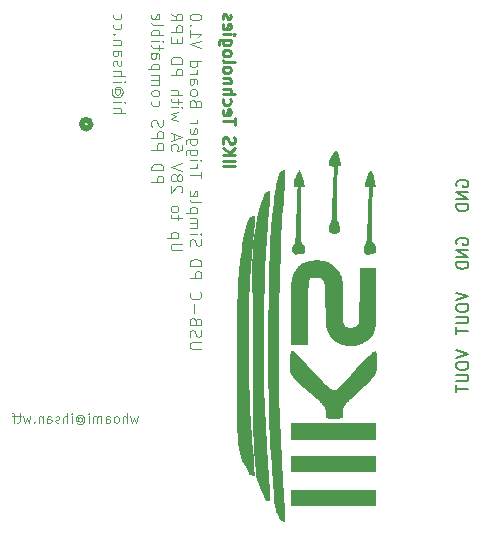
<source format=gbr>
%TF.GenerationSoftware,KiCad,Pcbnew,9.0.0*%
%TF.CreationDate,2025-07-23T16:42:47-04:00*%
%TF.ProjectId,USB_C_Simple_Trig,5553425f-435f-4536-996d-706c655f5472,rev?*%
%TF.SameCoordinates,Original*%
%TF.FileFunction,Legend,Bot*%
%TF.FilePolarity,Positive*%
%FSLAX46Y46*%
G04 Gerber Fmt 4.6, Leading zero omitted, Abs format (unit mm)*
G04 Created by KiCad (PCBNEW 9.0.0) date 2025-07-23 16:42:47*
%MOMM*%
%LPD*%
G01*
G04 APERTURE LIST*
%ADD10C,0.250000*%
%ADD11C,0.100000*%
%ADD12C,0.200000*%
%ADD13C,0.000000*%
%ADD14C,0.508000*%
G04 APERTURE END LIST*
D10*
X140035380Y-97747431D02*
X141035380Y-97747431D01*
X140035380Y-97271241D02*
X141035380Y-97271241D01*
X140035380Y-96795051D02*
X141035380Y-96795051D01*
X140035380Y-96223623D02*
X140606809Y-96652194D01*
X141035380Y-96223623D02*
X140463952Y-96795051D01*
X140083000Y-95842670D02*
X140035380Y-95699813D01*
X140035380Y-95699813D02*
X140035380Y-95461718D01*
X140035380Y-95461718D02*
X140083000Y-95366480D01*
X140083000Y-95366480D02*
X140130619Y-95318861D01*
X140130619Y-95318861D02*
X140225857Y-95271242D01*
X140225857Y-95271242D02*
X140321095Y-95271242D01*
X140321095Y-95271242D02*
X140416333Y-95318861D01*
X140416333Y-95318861D02*
X140463952Y-95366480D01*
X140463952Y-95366480D02*
X140511571Y-95461718D01*
X140511571Y-95461718D02*
X140559190Y-95652194D01*
X140559190Y-95652194D02*
X140606809Y-95747432D01*
X140606809Y-95747432D02*
X140654428Y-95795051D01*
X140654428Y-95795051D02*
X140749666Y-95842670D01*
X140749666Y-95842670D02*
X140844904Y-95842670D01*
X140844904Y-95842670D02*
X140940142Y-95795051D01*
X140940142Y-95795051D02*
X140987761Y-95747432D01*
X140987761Y-95747432D02*
X141035380Y-95652194D01*
X141035380Y-95652194D02*
X141035380Y-95414099D01*
X141035380Y-95414099D02*
X140987761Y-95271242D01*
X141035380Y-94223622D02*
X141035380Y-93652194D01*
X140035380Y-93937908D02*
X141035380Y-93937908D01*
X140083000Y-92937908D02*
X140035380Y-93033146D01*
X140035380Y-93033146D02*
X140035380Y-93223622D01*
X140035380Y-93223622D02*
X140083000Y-93318860D01*
X140083000Y-93318860D02*
X140178238Y-93366479D01*
X140178238Y-93366479D02*
X140559190Y-93366479D01*
X140559190Y-93366479D02*
X140654428Y-93318860D01*
X140654428Y-93318860D02*
X140702047Y-93223622D01*
X140702047Y-93223622D02*
X140702047Y-93033146D01*
X140702047Y-93033146D02*
X140654428Y-92937908D01*
X140654428Y-92937908D02*
X140559190Y-92890289D01*
X140559190Y-92890289D02*
X140463952Y-92890289D01*
X140463952Y-92890289D02*
X140368714Y-93366479D01*
X140083000Y-92033146D02*
X140035380Y-92128384D01*
X140035380Y-92128384D02*
X140035380Y-92318860D01*
X140035380Y-92318860D02*
X140083000Y-92414098D01*
X140083000Y-92414098D02*
X140130619Y-92461717D01*
X140130619Y-92461717D02*
X140225857Y-92509336D01*
X140225857Y-92509336D02*
X140511571Y-92509336D01*
X140511571Y-92509336D02*
X140606809Y-92461717D01*
X140606809Y-92461717D02*
X140654428Y-92414098D01*
X140654428Y-92414098D02*
X140702047Y-92318860D01*
X140702047Y-92318860D02*
X140702047Y-92128384D01*
X140702047Y-92128384D02*
X140654428Y-92033146D01*
X140035380Y-91604574D02*
X141035380Y-91604574D01*
X140035380Y-91176003D02*
X140559190Y-91176003D01*
X140559190Y-91176003D02*
X140654428Y-91223622D01*
X140654428Y-91223622D02*
X140702047Y-91318860D01*
X140702047Y-91318860D02*
X140702047Y-91461717D01*
X140702047Y-91461717D02*
X140654428Y-91556955D01*
X140654428Y-91556955D02*
X140606809Y-91604574D01*
X140702047Y-90699812D02*
X140035380Y-90699812D01*
X140606809Y-90699812D02*
X140654428Y-90652193D01*
X140654428Y-90652193D02*
X140702047Y-90556955D01*
X140702047Y-90556955D02*
X140702047Y-90414098D01*
X140702047Y-90414098D02*
X140654428Y-90318860D01*
X140654428Y-90318860D02*
X140559190Y-90271241D01*
X140559190Y-90271241D02*
X140035380Y-90271241D01*
X140035380Y-89652193D02*
X140083000Y-89747431D01*
X140083000Y-89747431D02*
X140130619Y-89795050D01*
X140130619Y-89795050D02*
X140225857Y-89842669D01*
X140225857Y-89842669D02*
X140511571Y-89842669D01*
X140511571Y-89842669D02*
X140606809Y-89795050D01*
X140606809Y-89795050D02*
X140654428Y-89747431D01*
X140654428Y-89747431D02*
X140702047Y-89652193D01*
X140702047Y-89652193D02*
X140702047Y-89509336D01*
X140702047Y-89509336D02*
X140654428Y-89414098D01*
X140654428Y-89414098D02*
X140606809Y-89366479D01*
X140606809Y-89366479D02*
X140511571Y-89318860D01*
X140511571Y-89318860D02*
X140225857Y-89318860D01*
X140225857Y-89318860D02*
X140130619Y-89366479D01*
X140130619Y-89366479D02*
X140083000Y-89414098D01*
X140083000Y-89414098D02*
X140035380Y-89509336D01*
X140035380Y-89509336D02*
X140035380Y-89652193D01*
X140035380Y-88747431D02*
X140083000Y-88842669D01*
X140083000Y-88842669D02*
X140178238Y-88890288D01*
X140178238Y-88890288D02*
X141035380Y-88890288D01*
X140035380Y-88223621D02*
X140083000Y-88318859D01*
X140083000Y-88318859D02*
X140130619Y-88366478D01*
X140130619Y-88366478D02*
X140225857Y-88414097D01*
X140225857Y-88414097D02*
X140511571Y-88414097D01*
X140511571Y-88414097D02*
X140606809Y-88366478D01*
X140606809Y-88366478D02*
X140654428Y-88318859D01*
X140654428Y-88318859D02*
X140702047Y-88223621D01*
X140702047Y-88223621D02*
X140702047Y-88080764D01*
X140702047Y-88080764D02*
X140654428Y-87985526D01*
X140654428Y-87985526D02*
X140606809Y-87937907D01*
X140606809Y-87937907D02*
X140511571Y-87890288D01*
X140511571Y-87890288D02*
X140225857Y-87890288D01*
X140225857Y-87890288D02*
X140130619Y-87937907D01*
X140130619Y-87937907D02*
X140083000Y-87985526D01*
X140083000Y-87985526D02*
X140035380Y-88080764D01*
X140035380Y-88080764D02*
X140035380Y-88223621D01*
X140702047Y-87033145D02*
X139892523Y-87033145D01*
X139892523Y-87033145D02*
X139797285Y-87080764D01*
X139797285Y-87080764D02*
X139749666Y-87128383D01*
X139749666Y-87128383D02*
X139702047Y-87223621D01*
X139702047Y-87223621D02*
X139702047Y-87366478D01*
X139702047Y-87366478D02*
X139749666Y-87461716D01*
X140083000Y-87033145D02*
X140035380Y-87128383D01*
X140035380Y-87128383D02*
X140035380Y-87318859D01*
X140035380Y-87318859D02*
X140083000Y-87414097D01*
X140083000Y-87414097D02*
X140130619Y-87461716D01*
X140130619Y-87461716D02*
X140225857Y-87509335D01*
X140225857Y-87509335D02*
X140511571Y-87509335D01*
X140511571Y-87509335D02*
X140606809Y-87461716D01*
X140606809Y-87461716D02*
X140654428Y-87414097D01*
X140654428Y-87414097D02*
X140702047Y-87318859D01*
X140702047Y-87318859D02*
X140702047Y-87128383D01*
X140702047Y-87128383D02*
X140654428Y-87033145D01*
X140035380Y-86556954D02*
X140702047Y-86556954D01*
X141035380Y-86556954D02*
X140987761Y-86604573D01*
X140987761Y-86604573D02*
X140940142Y-86556954D01*
X140940142Y-86556954D02*
X140987761Y-86509335D01*
X140987761Y-86509335D02*
X141035380Y-86556954D01*
X141035380Y-86556954D02*
X140940142Y-86556954D01*
X140083000Y-85699812D02*
X140035380Y-85795050D01*
X140035380Y-85795050D02*
X140035380Y-85985526D01*
X140035380Y-85985526D02*
X140083000Y-86080764D01*
X140083000Y-86080764D02*
X140178238Y-86128383D01*
X140178238Y-86128383D02*
X140559190Y-86128383D01*
X140559190Y-86128383D02*
X140654428Y-86080764D01*
X140654428Y-86080764D02*
X140702047Y-85985526D01*
X140702047Y-85985526D02*
X140702047Y-85795050D01*
X140702047Y-85795050D02*
X140654428Y-85699812D01*
X140654428Y-85699812D02*
X140559190Y-85652193D01*
X140559190Y-85652193D02*
X140463952Y-85652193D01*
X140463952Y-85652193D02*
X140368714Y-86128383D01*
X140083000Y-85271240D02*
X140035380Y-85176002D01*
X140035380Y-85176002D02*
X140035380Y-84985526D01*
X140035380Y-84985526D02*
X140083000Y-84890288D01*
X140083000Y-84890288D02*
X140178238Y-84842669D01*
X140178238Y-84842669D02*
X140225857Y-84842669D01*
X140225857Y-84842669D02*
X140321095Y-84890288D01*
X140321095Y-84890288D02*
X140368714Y-84985526D01*
X140368714Y-84985526D02*
X140368714Y-85128383D01*
X140368714Y-85128383D02*
X140416333Y-85223621D01*
X140416333Y-85223621D02*
X140511571Y-85271240D01*
X140511571Y-85271240D02*
X140559190Y-85271240D01*
X140559190Y-85271240D02*
X140654428Y-85223621D01*
X140654428Y-85223621D02*
X140702047Y-85128383D01*
X140702047Y-85128383D02*
X140702047Y-84985526D01*
X140702047Y-84985526D02*
X140654428Y-84890288D01*
D11*
X132819925Y-118913561D02*
X132667544Y-119446895D01*
X132667544Y-119446895D02*
X132515163Y-119065942D01*
X132515163Y-119065942D02*
X132362782Y-119446895D01*
X132362782Y-119446895D02*
X132210401Y-118913561D01*
X131905639Y-119446895D02*
X131905639Y-118646895D01*
X131562782Y-119446895D02*
X131562782Y-119027847D01*
X131562782Y-119027847D02*
X131600877Y-118951657D01*
X131600877Y-118951657D02*
X131677068Y-118913561D01*
X131677068Y-118913561D02*
X131791354Y-118913561D01*
X131791354Y-118913561D02*
X131867544Y-118951657D01*
X131867544Y-118951657D02*
X131905639Y-118989752D01*
X131067544Y-119446895D02*
X131143734Y-119408800D01*
X131143734Y-119408800D02*
X131181829Y-119370704D01*
X131181829Y-119370704D02*
X131219925Y-119294514D01*
X131219925Y-119294514D02*
X131219925Y-119065942D01*
X131219925Y-119065942D02*
X131181829Y-118989752D01*
X131181829Y-118989752D02*
X131143734Y-118951657D01*
X131143734Y-118951657D02*
X131067544Y-118913561D01*
X131067544Y-118913561D02*
X130953258Y-118913561D01*
X130953258Y-118913561D02*
X130877067Y-118951657D01*
X130877067Y-118951657D02*
X130838972Y-118989752D01*
X130838972Y-118989752D02*
X130800877Y-119065942D01*
X130800877Y-119065942D02*
X130800877Y-119294514D01*
X130800877Y-119294514D02*
X130838972Y-119370704D01*
X130838972Y-119370704D02*
X130877067Y-119408800D01*
X130877067Y-119408800D02*
X130953258Y-119446895D01*
X130953258Y-119446895D02*
X131067544Y-119446895D01*
X130115162Y-119446895D02*
X130115162Y-119027847D01*
X130115162Y-119027847D02*
X130153257Y-118951657D01*
X130153257Y-118951657D02*
X130229448Y-118913561D01*
X130229448Y-118913561D02*
X130381829Y-118913561D01*
X130381829Y-118913561D02*
X130458019Y-118951657D01*
X130115162Y-119408800D02*
X130191353Y-119446895D01*
X130191353Y-119446895D02*
X130381829Y-119446895D01*
X130381829Y-119446895D02*
X130458019Y-119408800D01*
X130458019Y-119408800D02*
X130496115Y-119332609D01*
X130496115Y-119332609D02*
X130496115Y-119256419D01*
X130496115Y-119256419D02*
X130458019Y-119180228D01*
X130458019Y-119180228D02*
X130381829Y-119142133D01*
X130381829Y-119142133D02*
X130191353Y-119142133D01*
X130191353Y-119142133D02*
X130115162Y-119104038D01*
X129734209Y-119446895D02*
X129734209Y-118913561D01*
X129734209Y-118989752D02*
X129696114Y-118951657D01*
X129696114Y-118951657D02*
X129619924Y-118913561D01*
X129619924Y-118913561D02*
X129505638Y-118913561D01*
X129505638Y-118913561D02*
X129429447Y-118951657D01*
X129429447Y-118951657D02*
X129391352Y-119027847D01*
X129391352Y-119027847D02*
X129391352Y-119446895D01*
X129391352Y-119027847D02*
X129353257Y-118951657D01*
X129353257Y-118951657D02*
X129277066Y-118913561D01*
X129277066Y-118913561D02*
X129162781Y-118913561D01*
X129162781Y-118913561D02*
X129086590Y-118951657D01*
X129086590Y-118951657D02*
X129048495Y-119027847D01*
X129048495Y-119027847D02*
X129048495Y-119446895D01*
X128667542Y-119446895D02*
X128667542Y-118913561D01*
X128667542Y-118646895D02*
X128705638Y-118684990D01*
X128705638Y-118684990D02*
X128667542Y-118723085D01*
X128667542Y-118723085D02*
X128629447Y-118684990D01*
X128629447Y-118684990D02*
X128667542Y-118646895D01*
X128667542Y-118646895D02*
X128667542Y-118723085D01*
X127791352Y-119065942D02*
X127829447Y-119027847D01*
X127829447Y-119027847D02*
X127905638Y-118989752D01*
X127905638Y-118989752D02*
X127981828Y-118989752D01*
X127981828Y-118989752D02*
X128058019Y-119027847D01*
X128058019Y-119027847D02*
X128096114Y-119065942D01*
X128096114Y-119065942D02*
X128134209Y-119142133D01*
X128134209Y-119142133D02*
X128134209Y-119218323D01*
X128134209Y-119218323D02*
X128096114Y-119294514D01*
X128096114Y-119294514D02*
X128058019Y-119332609D01*
X128058019Y-119332609D02*
X127981828Y-119370704D01*
X127981828Y-119370704D02*
X127905638Y-119370704D01*
X127905638Y-119370704D02*
X127829447Y-119332609D01*
X127829447Y-119332609D02*
X127791352Y-119294514D01*
X127791352Y-118989752D02*
X127791352Y-119294514D01*
X127791352Y-119294514D02*
X127753257Y-119332609D01*
X127753257Y-119332609D02*
X127715162Y-119332609D01*
X127715162Y-119332609D02*
X127638971Y-119294514D01*
X127638971Y-119294514D02*
X127600876Y-119218323D01*
X127600876Y-119218323D02*
X127600876Y-119027847D01*
X127600876Y-119027847D02*
X127677067Y-118913561D01*
X127677067Y-118913561D02*
X127791352Y-118837371D01*
X127791352Y-118837371D02*
X127943733Y-118799276D01*
X127943733Y-118799276D02*
X128096114Y-118837371D01*
X128096114Y-118837371D02*
X128210400Y-118913561D01*
X128210400Y-118913561D02*
X128286590Y-119027847D01*
X128286590Y-119027847D02*
X128324686Y-119180228D01*
X128324686Y-119180228D02*
X128286590Y-119332609D01*
X128286590Y-119332609D02*
X128210400Y-119446895D01*
X128210400Y-119446895D02*
X128096114Y-119523085D01*
X128096114Y-119523085D02*
X127943733Y-119561180D01*
X127943733Y-119561180D02*
X127791352Y-119523085D01*
X127791352Y-119523085D02*
X127677067Y-119446895D01*
X127258019Y-119446895D02*
X127258019Y-118913561D01*
X127258019Y-118646895D02*
X127296115Y-118684990D01*
X127296115Y-118684990D02*
X127258019Y-118723085D01*
X127258019Y-118723085D02*
X127219924Y-118684990D01*
X127219924Y-118684990D02*
X127258019Y-118646895D01*
X127258019Y-118646895D02*
X127258019Y-118723085D01*
X126877067Y-119446895D02*
X126877067Y-118646895D01*
X126534210Y-119446895D02*
X126534210Y-119027847D01*
X126534210Y-119027847D02*
X126572305Y-118951657D01*
X126572305Y-118951657D02*
X126648496Y-118913561D01*
X126648496Y-118913561D02*
X126762782Y-118913561D01*
X126762782Y-118913561D02*
X126838972Y-118951657D01*
X126838972Y-118951657D02*
X126877067Y-118989752D01*
X126191353Y-119408800D02*
X126115162Y-119446895D01*
X126115162Y-119446895D02*
X125962781Y-119446895D01*
X125962781Y-119446895D02*
X125886591Y-119408800D01*
X125886591Y-119408800D02*
X125848495Y-119332609D01*
X125848495Y-119332609D02*
X125848495Y-119294514D01*
X125848495Y-119294514D02*
X125886591Y-119218323D01*
X125886591Y-119218323D02*
X125962781Y-119180228D01*
X125962781Y-119180228D02*
X126077067Y-119180228D01*
X126077067Y-119180228D02*
X126153257Y-119142133D01*
X126153257Y-119142133D02*
X126191353Y-119065942D01*
X126191353Y-119065942D02*
X126191353Y-119027847D01*
X126191353Y-119027847D02*
X126153257Y-118951657D01*
X126153257Y-118951657D02*
X126077067Y-118913561D01*
X126077067Y-118913561D02*
X125962781Y-118913561D01*
X125962781Y-118913561D02*
X125886591Y-118951657D01*
X125162781Y-119446895D02*
X125162781Y-119027847D01*
X125162781Y-119027847D02*
X125200876Y-118951657D01*
X125200876Y-118951657D02*
X125277067Y-118913561D01*
X125277067Y-118913561D02*
X125429448Y-118913561D01*
X125429448Y-118913561D02*
X125505638Y-118951657D01*
X125162781Y-119408800D02*
X125238972Y-119446895D01*
X125238972Y-119446895D02*
X125429448Y-119446895D01*
X125429448Y-119446895D02*
X125505638Y-119408800D01*
X125505638Y-119408800D02*
X125543734Y-119332609D01*
X125543734Y-119332609D02*
X125543734Y-119256419D01*
X125543734Y-119256419D02*
X125505638Y-119180228D01*
X125505638Y-119180228D02*
X125429448Y-119142133D01*
X125429448Y-119142133D02*
X125238972Y-119142133D01*
X125238972Y-119142133D02*
X125162781Y-119104038D01*
X124781828Y-118913561D02*
X124781828Y-119446895D01*
X124781828Y-118989752D02*
X124743733Y-118951657D01*
X124743733Y-118951657D02*
X124667543Y-118913561D01*
X124667543Y-118913561D02*
X124553257Y-118913561D01*
X124553257Y-118913561D02*
X124477066Y-118951657D01*
X124477066Y-118951657D02*
X124438971Y-119027847D01*
X124438971Y-119027847D02*
X124438971Y-119446895D01*
X124058018Y-119370704D02*
X124019923Y-119408800D01*
X124019923Y-119408800D02*
X124058018Y-119446895D01*
X124058018Y-119446895D02*
X124096114Y-119408800D01*
X124096114Y-119408800D02*
X124058018Y-119370704D01*
X124058018Y-119370704D02*
X124058018Y-119446895D01*
X123753257Y-118913561D02*
X123600876Y-119446895D01*
X123600876Y-119446895D02*
X123448495Y-119065942D01*
X123448495Y-119065942D02*
X123296114Y-119446895D01*
X123296114Y-119446895D02*
X123143733Y-118913561D01*
X122953257Y-118913561D02*
X122648495Y-118913561D01*
X122838971Y-118646895D02*
X122838971Y-119332609D01*
X122838971Y-119332609D02*
X122800876Y-119408800D01*
X122800876Y-119408800D02*
X122724686Y-119446895D01*
X122724686Y-119446895D02*
X122648495Y-119446895D01*
X122496114Y-118913561D02*
X122191352Y-118913561D01*
X122381828Y-119446895D02*
X122381828Y-118761180D01*
X122381828Y-118761180D02*
X122343733Y-118684990D01*
X122343733Y-118684990D02*
X122267543Y-118646895D01*
X122267543Y-118646895D02*
X122191352Y-118646895D01*
D12*
X159864838Y-99443482D02*
X159817219Y-99348244D01*
X159817219Y-99348244D02*
X159817219Y-99205387D01*
X159817219Y-99205387D02*
X159864838Y-99062530D01*
X159864838Y-99062530D02*
X159960076Y-98967292D01*
X159960076Y-98967292D02*
X160055314Y-98919673D01*
X160055314Y-98919673D02*
X160245790Y-98872054D01*
X160245790Y-98872054D02*
X160388647Y-98872054D01*
X160388647Y-98872054D02*
X160579123Y-98919673D01*
X160579123Y-98919673D02*
X160674361Y-98967292D01*
X160674361Y-98967292D02*
X160769600Y-99062530D01*
X160769600Y-99062530D02*
X160817219Y-99205387D01*
X160817219Y-99205387D02*
X160817219Y-99300625D01*
X160817219Y-99300625D02*
X160769600Y-99443482D01*
X160769600Y-99443482D02*
X160721980Y-99491101D01*
X160721980Y-99491101D02*
X160388647Y-99491101D01*
X160388647Y-99491101D02*
X160388647Y-99300625D01*
X160817219Y-99919673D02*
X159817219Y-99919673D01*
X159817219Y-99919673D02*
X160817219Y-100491101D01*
X160817219Y-100491101D02*
X159817219Y-100491101D01*
X160817219Y-100967292D02*
X159817219Y-100967292D01*
X159817219Y-100967292D02*
X159817219Y-101205387D01*
X159817219Y-101205387D02*
X159864838Y-101348244D01*
X159864838Y-101348244D02*
X159960076Y-101443482D01*
X159960076Y-101443482D02*
X160055314Y-101491101D01*
X160055314Y-101491101D02*
X160245790Y-101538720D01*
X160245790Y-101538720D02*
X160388647Y-101538720D01*
X160388647Y-101538720D02*
X160579123Y-101491101D01*
X160579123Y-101491101D02*
X160674361Y-101443482D01*
X160674361Y-101443482D02*
X160769600Y-101348244D01*
X160769600Y-101348244D02*
X160817219Y-101205387D01*
X160817219Y-101205387D02*
X160817219Y-100967292D01*
X159864838Y-104343482D02*
X159817219Y-104248244D01*
X159817219Y-104248244D02*
X159817219Y-104105387D01*
X159817219Y-104105387D02*
X159864838Y-103962530D01*
X159864838Y-103962530D02*
X159960076Y-103867292D01*
X159960076Y-103867292D02*
X160055314Y-103819673D01*
X160055314Y-103819673D02*
X160245790Y-103772054D01*
X160245790Y-103772054D02*
X160388647Y-103772054D01*
X160388647Y-103772054D02*
X160579123Y-103819673D01*
X160579123Y-103819673D02*
X160674361Y-103867292D01*
X160674361Y-103867292D02*
X160769600Y-103962530D01*
X160769600Y-103962530D02*
X160817219Y-104105387D01*
X160817219Y-104105387D02*
X160817219Y-104200625D01*
X160817219Y-104200625D02*
X160769600Y-104343482D01*
X160769600Y-104343482D02*
X160721980Y-104391101D01*
X160721980Y-104391101D02*
X160388647Y-104391101D01*
X160388647Y-104391101D02*
X160388647Y-104200625D01*
X160817219Y-104819673D02*
X159817219Y-104819673D01*
X159817219Y-104819673D02*
X160817219Y-105391101D01*
X160817219Y-105391101D02*
X159817219Y-105391101D01*
X160817219Y-105867292D02*
X159817219Y-105867292D01*
X159817219Y-105867292D02*
X159817219Y-106105387D01*
X159817219Y-106105387D02*
X159864838Y-106248244D01*
X159864838Y-106248244D02*
X159960076Y-106343482D01*
X159960076Y-106343482D02*
X160055314Y-106391101D01*
X160055314Y-106391101D02*
X160245790Y-106438720D01*
X160245790Y-106438720D02*
X160388647Y-106438720D01*
X160388647Y-106438720D02*
X160579123Y-106391101D01*
X160579123Y-106391101D02*
X160674361Y-106343482D01*
X160674361Y-106343482D02*
X160769600Y-106248244D01*
X160769600Y-106248244D02*
X160817219Y-106105387D01*
X160817219Y-106105387D02*
X160817219Y-105867292D01*
X159817219Y-108426816D02*
X160817219Y-108760149D01*
X160817219Y-108760149D02*
X159817219Y-109093482D01*
X159817219Y-109617292D02*
X159817219Y-109807768D01*
X159817219Y-109807768D02*
X159864838Y-109903006D01*
X159864838Y-109903006D02*
X159960076Y-109998244D01*
X159960076Y-109998244D02*
X160150552Y-110045863D01*
X160150552Y-110045863D02*
X160483885Y-110045863D01*
X160483885Y-110045863D02*
X160674361Y-109998244D01*
X160674361Y-109998244D02*
X160769600Y-109903006D01*
X160769600Y-109903006D02*
X160817219Y-109807768D01*
X160817219Y-109807768D02*
X160817219Y-109617292D01*
X160817219Y-109617292D02*
X160769600Y-109522054D01*
X160769600Y-109522054D02*
X160674361Y-109426816D01*
X160674361Y-109426816D02*
X160483885Y-109379197D01*
X160483885Y-109379197D02*
X160150552Y-109379197D01*
X160150552Y-109379197D02*
X159960076Y-109426816D01*
X159960076Y-109426816D02*
X159864838Y-109522054D01*
X159864838Y-109522054D02*
X159817219Y-109617292D01*
X159817219Y-110474435D02*
X160626742Y-110474435D01*
X160626742Y-110474435D02*
X160721980Y-110522054D01*
X160721980Y-110522054D02*
X160769600Y-110569673D01*
X160769600Y-110569673D02*
X160817219Y-110664911D01*
X160817219Y-110664911D02*
X160817219Y-110855387D01*
X160817219Y-110855387D02*
X160769600Y-110950625D01*
X160769600Y-110950625D02*
X160721980Y-110998244D01*
X160721980Y-110998244D02*
X160626742Y-111045863D01*
X160626742Y-111045863D02*
X159817219Y-111045863D01*
X159817219Y-111379197D02*
X159817219Y-111950625D01*
X160817219Y-111664911D02*
X159817219Y-111664911D01*
X159817219Y-113326816D02*
X160817219Y-113660149D01*
X160817219Y-113660149D02*
X159817219Y-113993482D01*
X159817219Y-114517292D02*
X159817219Y-114707768D01*
X159817219Y-114707768D02*
X159864838Y-114803006D01*
X159864838Y-114803006D02*
X159960076Y-114898244D01*
X159960076Y-114898244D02*
X160150552Y-114945863D01*
X160150552Y-114945863D02*
X160483885Y-114945863D01*
X160483885Y-114945863D02*
X160674361Y-114898244D01*
X160674361Y-114898244D02*
X160769600Y-114803006D01*
X160769600Y-114803006D02*
X160817219Y-114707768D01*
X160817219Y-114707768D02*
X160817219Y-114517292D01*
X160817219Y-114517292D02*
X160769600Y-114422054D01*
X160769600Y-114422054D02*
X160674361Y-114326816D01*
X160674361Y-114326816D02*
X160483885Y-114279197D01*
X160483885Y-114279197D02*
X160150552Y-114279197D01*
X160150552Y-114279197D02*
X159960076Y-114326816D01*
X159960076Y-114326816D02*
X159864838Y-114422054D01*
X159864838Y-114422054D02*
X159817219Y-114517292D01*
X159817219Y-115374435D02*
X160626742Y-115374435D01*
X160626742Y-115374435D02*
X160721980Y-115422054D01*
X160721980Y-115422054D02*
X160769600Y-115469673D01*
X160769600Y-115469673D02*
X160817219Y-115564911D01*
X160817219Y-115564911D02*
X160817219Y-115755387D01*
X160817219Y-115755387D02*
X160769600Y-115850625D01*
X160769600Y-115850625D02*
X160721980Y-115898244D01*
X160721980Y-115898244D02*
X160626742Y-115945863D01*
X160626742Y-115945863D02*
X159817219Y-115945863D01*
X159817219Y-116279197D02*
X159817219Y-116850625D01*
X160817219Y-116564911D02*
X159817219Y-116564911D01*
D11*
X138217356Y-113187219D02*
X137407833Y-113187219D01*
X137407833Y-113187219D02*
X137312595Y-113139600D01*
X137312595Y-113139600D02*
X137264976Y-113091981D01*
X137264976Y-113091981D02*
X137217356Y-112996743D01*
X137217356Y-112996743D02*
X137217356Y-112806267D01*
X137217356Y-112806267D02*
X137264976Y-112711029D01*
X137264976Y-112711029D02*
X137312595Y-112663410D01*
X137312595Y-112663410D02*
X137407833Y-112615791D01*
X137407833Y-112615791D02*
X138217356Y-112615791D01*
X137264976Y-112187219D02*
X137217356Y-112044362D01*
X137217356Y-112044362D02*
X137217356Y-111806267D01*
X137217356Y-111806267D02*
X137264976Y-111711029D01*
X137264976Y-111711029D02*
X137312595Y-111663410D01*
X137312595Y-111663410D02*
X137407833Y-111615791D01*
X137407833Y-111615791D02*
X137503071Y-111615791D01*
X137503071Y-111615791D02*
X137598309Y-111663410D01*
X137598309Y-111663410D02*
X137645928Y-111711029D01*
X137645928Y-111711029D02*
X137693547Y-111806267D01*
X137693547Y-111806267D02*
X137741166Y-111996743D01*
X137741166Y-111996743D02*
X137788785Y-112091981D01*
X137788785Y-112091981D02*
X137836404Y-112139600D01*
X137836404Y-112139600D02*
X137931642Y-112187219D01*
X137931642Y-112187219D02*
X138026880Y-112187219D01*
X138026880Y-112187219D02*
X138122118Y-112139600D01*
X138122118Y-112139600D02*
X138169737Y-112091981D01*
X138169737Y-112091981D02*
X138217356Y-111996743D01*
X138217356Y-111996743D02*
X138217356Y-111758648D01*
X138217356Y-111758648D02*
X138169737Y-111615791D01*
X137741166Y-110853886D02*
X137693547Y-110711029D01*
X137693547Y-110711029D02*
X137645928Y-110663410D01*
X137645928Y-110663410D02*
X137550690Y-110615791D01*
X137550690Y-110615791D02*
X137407833Y-110615791D01*
X137407833Y-110615791D02*
X137312595Y-110663410D01*
X137312595Y-110663410D02*
X137264976Y-110711029D01*
X137264976Y-110711029D02*
X137217356Y-110806267D01*
X137217356Y-110806267D02*
X137217356Y-111187219D01*
X137217356Y-111187219D02*
X138217356Y-111187219D01*
X138217356Y-111187219D02*
X138217356Y-110853886D01*
X138217356Y-110853886D02*
X138169737Y-110758648D01*
X138169737Y-110758648D02*
X138122118Y-110711029D01*
X138122118Y-110711029D02*
X138026880Y-110663410D01*
X138026880Y-110663410D02*
X137931642Y-110663410D01*
X137931642Y-110663410D02*
X137836404Y-110711029D01*
X137836404Y-110711029D02*
X137788785Y-110758648D01*
X137788785Y-110758648D02*
X137741166Y-110853886D01*
X137741166Y-110853886D02*
X137741166Y-111187219D01*
X137598309Y-110187219D02*
X137598309Y-109425315D01*
X137312595Y-108377696D02*
X137264976Y-108425315D01*
X137264976Y-108425315D02*
X137217356Y-108568172D01*
X137217356Y-108568172D02*
X137217356Y-108663410D01*
X137217356Y-108663410D02*
X137264976Y-108806267D01*
X137264976Y-108806267D02*
X137360214Y-108901505D01*
X137360214Y-108901505D02*
X137455452Y-108949124D01*
X137455452Y-108949124D02*
X137645928Y-108996743D01*
X137645928Y-108996743D02*
X137788785Y-108996743D01*
X137788785Y-108996743D02*
X137979261Y-108949124D01*
X137979261Y-108949124D02*
X138074499Y-108901505D01*
X138074499Y-108901505D02*
X138169737Y-108806267D01*
X138169737Y-108806267D02*
X138217356Y-108663410D01*
X138217356Y-108663410D02*
X138217356Y-108568172D01*
X138217356Y-108568172D02*
X138169737Y-108425315D01*
X138169737Y-108425315D02*
X138122118Y-108377696D01*
X137217356Y-107187219D02*
X138217356Y-107187219D01*
X138217356Y-107187219D02*
X138217356Y-106806267D01*
X138217356Y-106806267D02*
X138169737Y-106711029D01*
X138169737Y-106711029D02*
X138122118Y-106663410D01*
X138122118Y-106663410D02*
X138026880Y-106615791D01*
X138026880Y-106615791D02*
X137884023Y-106615791D01*
X137884023Y-106615791D02*
X137788785Y-106663410D01*
X137788785Y-106663410D02*
X137741166Y-106711029D01*
X137741166Y-106711029D02*
X137693547Y-106806267D01*
X137693547Y-106806267D02*
X137693547Y-107187219D01*
X137217356Y-106187219D02*
X138217356Y-106187219D01*
X138217356Y-106187219D02*
X138217356Y-105949124D01*
X138217356Y-105949124D02*
X138169737Y-105806267D01*
X138169737Y-105806267D02*
X138074499Y-105711029D01*
X138074499Y-105711029D02*
X137979261Y-105663410D01*
X137979261Y-105663410D02*
X137788785Y-105615791D01*
X137788785Y-105615791D02*
X137645928Y-105615791D01*
X137645928Y-105615791D02*
X137455452Y-105663410D01*
X137455452Y-105663410D02*
X137360214Y-105711029D01*
X137360214Y-105711029D02*
X137264976Y-105806267D01*
X137264976Y-105806267D02*
X137217356Y-105949124D01*
X137217356Y-105949124D02*
X137217356Y-106187219D01*
X137264976Y-104472933D02*
X137217356Y-104330076D01*
X137217356Y-104330076D02*
X137217356Y-104091981D01*
X137217356Y-104091981D02*
X137264976Y-103996743D01*
X137264976Y-103996743D02*
X137312595Y-103949124D01*
X137312595Y-103949124D02*
X137407833Y-103901505D01*
X137407833Y-103901505D02*
X137503071Y-103901505D01*
X137503071Y-103901505D02*
X137598309Y-103949124D01*
X137598309Y-103949124D02*
X137645928Y-103996743D01*
X137645928Y-103996743D02*
X137693547Y-104091981D01*
X137693547Y-104091981D02*
X137741166Y-104282457D01*
X137741166Y-104282457D02*
X137788785Y-104377695D01*
X137788785Y-104377695D02*
X137836404Y-104425314D01*
X137836404Y-104425314D02*
X137931642Y-104472933D01*
X137931642Y-104472933D02*
X138026880Y-104472933D01*
X138026880Y-104472933D02*
X138122118Y-104425314D01*
X138122118Y-104425314D02*
X138169737Y-104377695D01*
X138169737Y-104377695D02*
X138217356Y-104282457D01*
X138217356Y-104282457D02*
X138217356Y-104044362D01*
X138217356Y-104044362D02*
X138169737Y-103901505D01*
X137217356Y-103472933D02*
X137884023Y-103472933D01*
X138217356Y-103472933D02*
X138169737Y-103520552D01*
X138169737Y-103520552D02*
X138122118Y-103472933D01*
X138122118Y-103472933D02*
X138169737Y-103425314D01*
X138169737Y-103425314D02*
X138217356Y-103472933D01*
X138217356Y-103472933D02*
X138122118Y-103472933D01*
X137217356Y-102996743D02*
X137884023Y-102996743D01*
X137788785Y-102996743D02*
X137836404Y-102949124D01*
X137836404Y-102949124D02*
X137884023Y-102853886D01*
X137884023Y-102853886D02*
X137884023Y-102711029D01*
X137884023Y-102711029D02*
X137836404Y-102615791D01*
X137836404Y-102615791D02*
X137741166Y-102568172D01*
X137741166Y-102568172D02*
X137217356Y-102568172D01*
X137741166Y-102568172D02*
X137836404Y-102520553D01*
X137836404Y-102520553D02*
X137884023Y-102425315D01*
X137884023Y-102425315D02*
X137884023Y-102282458D01*
X137884023Y-102282458D02*
X137836404Y-102187219D01*
X137836404Y-102187219D02*
X137741166Y-102139600D01*
X137741166Y-102139600D02*
X137217356Y-102139600D01*
X137884023Y-101663410D02*
X136884023Y-101663410D01*
X137836404Y-101663410D02*
X137884023Y-101568172D01*
X137884023Y-101568172D02*
X137884023Y-101377696D01*
X137884023Y-101377696D02*
X137836404Y-101282458D01*
X137836404Y-101282458D02*
X137788785Y-101234839D01*
X137788785Y-101234839D02*
X137693547Y-101187220D01*
X137693547Y-101187220D02*
X137407833Y-101187220D01*
X137407833Y-101187220D02*
X137312595Y-101234839D01*
X137312595Y-101234839D02*
X137264976Y-101282458D01*
X137264976Y-101282458D02*
X137217356Y-101377696D01*
X137217356Y-101377696D02*
X137217356Y-101568172D01*
X137217356Y-101568172D02*
X137264976Y-101663410D01*
X137217356Y-100615791D02*
X137264976Y-100711029D01*
X137264976Y-100711029D02*
X137360214Y-100758648D01*
X137360214Y-100758648D02*
X138217356Y-100758648D01*
X137264976Y-99853886D02*
X137217356Y-99949124D01*
X137217356Y-99949124D02*
X137217356Y-100139600D01*
X137217356Y-100139600D02*
X137264976Y-100234838D01*
X137264976Y-100234838D02*
X137360214Y-100282457D01*
X137360214Y-100282457D02*
X137741166Y-100282457D01*
X137741166Y-100282457D02*
X137836404Y-100234838D01*
X137836404Y-100234838D02*
X137884023Y-100139600D01*
X137884023Y-100139600D02*
X137884023Y-99949124D01*
X137884023Y-99949124D02*
X137836404Y-99853886D01*
X137836404Y-99853886D02*
X137741166Y-99806267D01*
X137741166Y-99806267D02*
X137645928Y-99806267D01*
X137645928Y-99806267D02*
X137550690Y-100282457D01*
X138217356Y-98758647D02*
X138217356Y-98187219D01*
X137217356Y-98472933D02*
X138217356Y-98472933D01*
X137217356Y-97853885D02*
X137884023Y-97853885D01*
X137693547Y-97853885D02*
X137788785Y-97806266D01*
X137788785Y-97806266D02*
X137836404Y-97758647D01*
X137836404Y-97758647D02*
X137884023Y-97663409D01*
X137884023Y-97663409D02*
X137884023Y-97568171D01*
X137217356Y-97234837D02*
X137884023Y-97234837D01*
X138217356Y-97234837D02*
X138169737Y-97282456D01*
X138169737Y-97282456D02*
X138122118Y-97234837D01*
X138122118Y-97234837D02*
X138169737Y-97187218D01*
X138169737Y-97187218D02*
X138217356Y-97234837D01*
X138217356Y-97234837D02*
X138122118Y-97234837D01*
X137884023Y-96330076D02*
X137074499Y-96330076D01*
X137074499Y-96330076D02*
X136979261Y-96377695D01*
X136979261Y-96377695D02*
X136931642Y-96425314D01*
X136931642Y-96425314D02*
X136884023Y-96520552D01*
X136884023Y-96520552D02*
X136884023Y-96663409D01*
X136884023Y-96663409D02*
X136931642Y-96758647D01*
X137264976Y-96330076D02*
X137217356Y-96425314D01*
X137217356Y-96425314D02*
X137217356Y-96615790D01*
X137217356Y-96615790D02*
X137264976Y-96711028D01*
X137264976Y-96711028D02*
X137312595Y-96758647D01*
X137312595Y-96758647D02*
X137407833Y-96806266D01*
X137407833Y-96806266D02*
X137693547Y-96806266D01*
X137693547Y-96806266D02*
X137788785Y-96758647D01*
X137788785Y-96758647D02*
X137836404Y-96711028D01*
X137836404Y-96711028D02*
X137884023Y-96615790D01*
X137884023Y-96615790D02*
X137884023Y-96425314D01*
X137884023Y-96425314D02*
X137836404Y-96330076D01*
X137884023Y-95425314D02*
X137074499Y-95425314D01*
X137074499Y-95425314D02*
X136979261Y-95472933D01*
X136979261Y-95472933D02*
X136931642Y-95520552D01*
X136931642Y-95520552D02*
X136884023Y-95615790D01*
X136884023Y-95615790D02*
X136884023Y-95758647D01*
X136884023Y-95758647D02*
X136931642Y-95853885D01*
X137264976Y-95425314D02*
X137217356Y-95520552D01*
X137217356Y-95520552D02*
X137217356Y-95711028D01*
X137217356Y-95711028D02*
X137264976Y-95806266D01*
X137264976Y-95806266D02*
X137312595Y-95853885D01*
X137312595Y-95853885D02*
X137407833Y-95901504D01*
X137407833Y-95901504D02*
X137693547Y-95901504D01*
X137693547Y-95901504D02*
X137788785Y-95853885D01*
X137788785Y-95853885D02*
X137836404Y-95806266D01*
X137836404Y-95806266D02*
X137884023Y-95711028D01*
X137884023Y-95711028D02*
X137884023Y-95520552D01*
X137884023Y-95520552D02*
X137836404Y-95425314D01*
X137264976Y-94568171D02*
X137217356Y-94663409D01*
X137217356Y-94663409D02*
X137217356Y-94853885D01*
X137217356Y-94853885D02*
X137264976Y-94949123D01*
X137264976Y-94949123D02*
X137360214Y-94996742D01*
X137360214Y-94996742D02*
X137741166Y-94996742D01*
X137741166Y-94996742D02*
X137836404Y-94949123D01*
X137836404Y-94949123D02*
X137884023Y-94853885D01*
X137884023Y-94853885D02*
X137884023Y-94663409D01*
X137884023Y-94663409D02*
X137836404Y-94568171D01*
X137836404Y-94568171D02*
X137741166Y-94520552D01*
X137741166Y-94520552D02*
X137645928Y-94520552D01*
X137645928Y-94520552D02*
X137550690Y-94996742D01*
X137217356Y-94091980D02*
X137884023Y-94091980D01*
X137693547Y-94091980D02*
X137788785Y-94044361D01*
X137788785Y-94044361D02*
X137836404Y-93996742D01*
X137836404Y-93996742D02*
X137884023Y-93901504D01*
X137884023Y-93901504D02*
X137884023Y-93806266D01*
X137741166Y-92377694D02*
X137693547Y-92234837D01*
X137693547Y-92234837D02*
X137645928Y-92187218D01*
X137645928Y-92187218D02*
X137550690Y-92139599D01*
X137550690Y-92139599D02*
X137407833Y-92139599D01*
X137407833Y-92139599D02*
X137312595Y-92187218D01*
X137312595Y-92187218D02*
X137264976Y-92234837D01*
X137264976Y-92234837D02*
X137217356Y-92330075D01*
X137217356Y-92330075D02*
X137217356Y-92711027D01*
X137217356Y-92711027D02*
X138217356Y-92711027D01*
X138217356Y-92711027D02*
X138217356Y-92377694D01*
X138217356Y-92377694D02*
X138169737Y-92282456D01*
X138169737Y-92282456D02*
X138122118Y-92234837D01*
X138122118Y-92234837D02*
X138026880Y-92187218D01*
X138026880Y-92187218D02*
X137931642Y-92187218D01*
X137931642Y-92187218D02*
X137836404Y-92234837D01*
X137836404Y-92234837D02*
X137788785Y-92282456D01*
X137788785Y-92282456D02*
X137741166Y-92377694D01*
X137741166Y-92377694D02*
X137741166Y-92711027D01*
X137217356Y-91568170D02*
X137264976Y-91663408D01*
X137264976Y-91663408D02*
X137312595Y-91711027D01*
X137312595Y-91711027D02*
X137407833Y-91758646D01*
X137407833Y-91758646D02*
X137693547Y-91758646D01*
X137693547Y-91758646D02*
X137788785Y-91711027D01*
X137788785Y-91711027D02*
X137836404Y-91663408D01*
X137836404Y-91663408D02*
X137884023Y-91568170D01*
X137884023Y-91568170D02*
X137884023Y-91425313D01*
X137884023Y-91425313D02*
X137836404Y-91330075D01*
X137836404Y-91330075D02*
X137788785Y-91282456D01*
X137788785Y-91282456D02*
X137693547Y-91234837D01*
X137693547Y-91234837D02*
X137407833Y-91234837D01*
X137407833Y-91234837D02*
X137312595Y-91282456D01*
X137312595Y-91282456D02*
X137264976Y-91330075D01*
X137264976Y-91330075D02*
X137217356Y-91425313D01*
X137217356Y-91425313D02*
X137217356Y-91568170D01*
X137217356Y-90377694D02*
X137741166Y-90377694D01*
X137741166Y-90377694D02*
X137836404Y-90425313D01*
X137836404Y-90425313D02*
X137884023Y-90520551D01*
X137884023Y-90520551D02*
X137884023Y-90711027D01*
X137884023Y-90711027D02*
X137836404Y-90806265D01*
X137264976Y-90377694D02*
X137217356Y-90472932D01*
X137217356Y-90472932D02*
X137217356Y-90711027D01*
X137217356Y-90711027D02*
X137264976Y-90806265D01*
X137264976Y-90806265D02*
X137360214Y-90853884D01*
X137360214Y-90853884D02*
X137455452Y-90853884D01*
X137455452Y-90853884D02*
X137550690Y-90806265D01*
X137550690Y-90806265D02*
X137598309Y-90711027D01*
X137598309Y-90711027D02*
X137598309Y-90472932D01*
X137598309Y-90472932D02*
X137645928Y-90377694D01*
X137217356Y-89901503D02*
X137884023Y-89901503D01*
X137693547Y-89901503D02*
X137788785Y-89853884D01*
X137788785Y-89853884D02*
X137836404Y-89806265D01*
X137836404Y-89806265D02*
X137884023Y-89711027D01*
X137884023Y-89711027D02*
X137884023Y-89615789D01*
X137217356Y-88853884D02*
X138217356Y-88853884D01*
X137264976Y-88853884D02*
X137217356Y-88949122D01*
X137217356Y-88949122D02*
X137217356Y-89139598D01*
X137217356Y-89139598D02*
X137264976Y-89234836D01*
X137264976Y-89234836D02*
X137312595Y-89282455D01*
X137312595Y-89282455D02*
X137407833Y-89330074D01*
X137407833Y-89330074D02*
X137693547Y-89330074D01*
X137693547Y-89330074D02*
X137788785Y-89282455D01*
X137788785Y-89282455D02*
X137836404Y-89234836D01*
X137836404Y-89234836D02*
X137884023Y-89139598D01*
X137884023Y-89139598D02*
X137884023Y-88949122D01*
X137884023Y-88949122D02*
X137836404Y-88853884D01*
X138217356Y-87758645D02*
X137217356Y-87425312D01*
X137217356Y-87425312D02*
X138217356Y-87091979D01*
X137217356Y-86234836D02*
X137217356Y-86806264D01*
X137217356Y-86520550D02*
X138217356Y-86520550D01*
X138217356Y-86520550D02*
X138074499Y-86615788D01*
X138074499Y-86615788D02*
X137979261Y-86711026D01*
X137979261Y-86711026D02*
X137931642Y-86806264D01*
X137312595Y-85806264D02*
X137264976Y-85758645D01*
X137264976Y-85758645D02*
X137217356Y-85806264D01*
X137217356Y-85806264D02*
X137264976Y-85853883D01*
X137264976Y-85853883D02*
X137312595Y-85806264D01*
X137312595Y-85806264D02*
X137217356Y-85806264D01*
X138217356Y-85139598D02*
X138217356Y-85044360D01*
X138217356Y-85044360D02*
X138169737Y-84949122D01*
X138169737Y-84949122D02*
X138122118Y-84901503D01*
X138122118Y-84901503D02*
X138026880Y-84853884D01*
X138026880Y-84853884D02*
X137836404Y-84806265D01*
X137836404Y-84806265D02*
X137598309Y-84806265D01*
X137598309Y-84806265D02*
X137407833Y-84853884D01*
X137407833Y-84853884D02*
X137312595Y-84901503D01*
X137312595Y-84901503D02*
X137264976Y-84949122D01*
X137264976Y-84949122D02*
X137217356Y-85044360D01*
X137217356Y-85044360D02*
X137217356Y-85139598D01*
X137217356Y-85139598D02*
X137264976Y-85234836D01*
X137264976Y-85234836D02*
X137312595Y-85282455D01*
X137312595Y-85282455D02*
X137407833Y-85330074D01*
X137407833Y-85330074D02*
X137598309Y-85377693D01*
X137598309Y-85377693D02*
X137836404Y-85377693D01*
X137836404Y-85377693D02*
X138026880Y-85330074D01*
X138026880Y-85330074D02*
X138122118Y-85282455D01*
X138122118Y-85282455D02*
X138169737Y-85234836D01*
X138169737Y-85234836D02*
X138217356Y-85139598D01*
X136607412Y-104853886D02*
X135797889Y-104853886D01*
X135797889Y-104853886D02*
X135702651Y-104806267D01*
X135702651Y-104806267D02*
X135655032Y-104758648D01*
X135655032Y-104758648D02*
X135607412Y-104663410D01*
X135607412Y-104663410D02*
X135607412Y-104472934D01*
X135607412Y-104472934D02*
X135655032Y-104377696D01*
X135655032Y-104377696D02*
X135702651Y-104330077D01*
X135702651Y-104330077D02*
X135797889Y-104282458D01*
X135797889Y-104282458D02*
X136607412Y-104282458D01*
X136274079Y-103806267D02*
X135274079Y-103806267D01*
X136226460Y-103806267D02*
X136274079Y-103711029D01*
X136274079Y-103711029D02*
X136274079Y-103520553D01*
X136274079Y-103520553D02*
X136226460Y-103425315D01*
X136226460Y-103425315D02*
X136178841Y-103377696D01*
X136178841Y-103377696D02*
X136083603Y-103330077D01*
X136083603Y-103330077D02*
X135797889Y-103330077D01*
X135797889Y-103330077D02*
X135702651Y-103377696D01*
X135702651Y-103377696D02*
X135655032Y-103425315D01*
X135655032Y-103425315D02*
X135607412Y-103520553D01*
X135607412Y-103520553D02*
X135607412Y-103711029D01*
X135607412Y-103711029D02*
X135655032Y-103806267D01*
X136274079Y-102282457D02*
X136274079Y-101901505D01*
X136607412Y-102139600D02*
X135750270Y-102139600D01*
X135750270Y-102139600D02*
X135655032Y-102091981D01*
X135655032Y-102091981D02*
X135607412Y-101996743D01*
X135607412Y-101996743D02*
X135607412Y-101901505D01*
X135607412Y-101425314D02*
X135655032Y-101520552D01*
X135655032Y-101520552D02*
X135702651Y-101568171D01*
X135702651Y-101568171D02*
X135797889Y-101615790D01*
X135797889Y-101615790D02*
X136083603Y-101615790D01*
X136083603Y-101615790D02*
X136178841Y-101568171D01*
X136178841Y-101568171D02*
X136226460Y-101520552D01*
X136226460Y-101520552D02*
X136274079Y-101425314D01*
X136274079Y-101425314D02*
X136274079Y-101282457D01*
X136274079Y-101282457D02*
X136226460Y-101187219D01*
X136226460Y-101187219D02*
X136178841Y-101139600D01*
X136178841Y-101139600D02*
X136083603Y-101091981D01*
X136083603Y-101091981D02*
X135797889Y-101091981D01*
X135797889Y-101091981D02*
X135702651Y-101139600D01*
X135702651Y-101139600D02*
X135655032Y-101187219D01*
X135655032Y-101187219D02*
X135607412Y-101282457D01*
X135607412Y-101282457D02*
X135607412Y-101425314D01*
X136512174Y-99949123D02*
X136559793Y-99901504D01*
X136559793Y-99901504D02*
X136607412Y-99806266D01*
X136607412Y-99806266D02*
X136607412Y-99568171D01*
X136607412Y-99568171D02*
X136559793Y-99472933D01*
X136559793Y-99472933D02*
X136512174Y-99425314D01*
X136512174Y-99425314D02*
X136416936Y-99377695D01*
X136416936Y-99377695D02*
X136321698Y-99377695D01*
X136321698Y-99377695D02*
X136178841Y-99425314D01*
X136178841Y-99425314D02*
X135607412Y-99996742D01*
X135607412Y-99996742D02*
X135607412Y-99377695D01*
X136178841Y-98806266D02*
X136226460Y-98901504D01*
X136226460Y-98901504D02*
X136274079Y-98949123D01*
X136274079Y-98949123D02*
X136369317Y-98996742D01*
X136369317Y-98996742D02*
X136416936Y-98996742D01*
X136416936Y-98996742D02*
X136512174Y-98949123D01*
X136512174Y-98949123D02*
X136559793Y-98901504D01*
X136559793Y-98901504D02*
X136607412Y-98806266D01*
X136607412Y-98806266D02*
X136607412Y-98615790D01*
X136607412Y-98615790D02*
X136559793Y-98520552D01*
X136559793Y-98520552D02*
X136512174Y-98472933D01*
X136512174Y-98472933D02*
X136416936Y-98425314D01*
X136416936Y-98425314D02*
X136369317Y-98425314D01*
X136369317Y-98425314D02*
X136274079Y-98472933D01*
X136274079Y-98472933D02*
X136226460Y-98520552D01*
X136226460Y-98520552D02*
X136178841Y-98615790D01*
X136178841Y-98615790D02*
X136178841Y-98806266D01*
X136178841Y-98806266D02*
X136131222Y-98901504D01*
X136131222Y-98901504D02*
X136083603Y-98949123D01*
X136083603Y-98949123D02*
X135988365Y-98996742D01*
X135988365Y-98996742D02*
X135797889Y-98996742D01*
X135797889Y-98996742D02*
X135702651Y-98949123D01*
X135702651Y-98949123D02*
X135655032Y-98901504D01*
X135655032Y-98901504D02*
X135607412Y-98806266D01*
X135607412Y-98806266D02*
X135607412Y-98615790D01*
X135607412Y-98615790D02*
X135655032Y-98520552D01*
X135655032Y-98520552D02*
X135702651Y-98472933D01*
X135702651Y-98472933D02*
X135797889Y-98425314D01*
X135797889Y-98425314D02*
X135988365Y-98425314D01*
X135988365Y-98425314D02*
X136083603Y-98472933D01*
X136083603Y-98472933D02*
X136131222Y-98520552D01*
X136131222Y-98520552D02*
X136178841Y-98615790D01*
X136607412Y-98139599D02*
X135607412Y-97806266D01*
X135607412Y-97806266D02*
X136607412Y-97472933D01*
X136607412Y-95901504D02*
X136607412Y-96377694D01*
X136607412Y-96377694D02*
X136131222Y-96425313D01*
X136131222Y-96425313D02*
X136178841Y-96377694D01*
X136178841Y-96377694D02*
X136226460Y-96282456D01*
X136226460Y-96282456D02*
X136226460Y-96044361D01*
X136226460Y-96044361D02*
X136178841Y-95949123D01*
X136178841Y-95949123D02*
X136131222Y-95901504D01*
X136131222Y-95901504D02*
X136035984Y-95853885D01*
X136035984Y-95853885D02*
X135797889Y-95853885D01*
X135797889Y-95853885D02*
X135702651Y-95901504D01*
X135702651Y-95901504D02*
X135655032Y-95949123D01*
X135655032Y-95949123D02*
X135607412Y-96044361D01*
X135607412Y-96044361D02*
X135607412Y-96282456D01*
X135607412Y-96282456D02*
X135655032Y-96377694D01*
X135655032Y-96377694D02*
X135702651Y-96425313D01*
X135893127Y-95472932D02*
X135893127Y-94996742D01*
X135607412Y-95568170D02*
X136607412Y-95234837D01*
X136607412Y-95234837D02*
X135607412Y-94901504D01*
X136274079Y-93901503D02*
X135607412Y-93711027D01*
X135607412Y-93711027D02*
X136083603Y-93520551D01*
X136083603Y-93520551D02*
X135607412Y-93330075D01*
X135607412Y-93330075D02*
X136274079Y-93139599D01*
X135607412Y-92758646D02*
X136274079Y-92758646D01*
X136607412Y-92758646D02*
X136559793Y-92806265D01*
X136559793Y-92806265D02*
X136512174Y-92758646D01*
X136512174Y-92758646D02*
X136559793Y-92711027D01*
X136559793Y-92711027D02*
X136607412Y-92758646D01*
X136607412Y-92758646D02*
X136512174Y-92758646D01*
X136274079Y-92425313D02*
X136274079Y-92044361D01*
X136607412Y-92282456D02*
X135750270Y-92282456D01*
X135750270Y-92282456D02*
X135655032Y-92234837D01*
X135655032Y-92234837D02*
X135607412Y-92139599D01*
X135607412Y-92139599D02*
X135607412Y-92044361D01*
X135607412Y-91711027D02*
X136607412Y-91711027D01*
X135607412Y-91282456D02*
X136131222Y-91282456D01*
X136131222Y-91282456D02*
X136226460Y-91330075D01*
X136226460Y-91330075D02*
X136274079Y-91425313D01*
X136274079Y-91425313D02*
X136274079Y-91568170D01*
X136274079Y-91568170D02*
X136226460Y-91663408D01*
X136226460Y-91663408D02*
X136178841Y-91711027D01*
X135607412Y-90044360D02*
X136607412Y-90044360D01*
X136607412Y-90044360D02*
X136607412Y-89663408D01*
X136607412Y-89663408D02*
X136559793Y-89568170D01*
X136559793Y-89568170D02*
X136512174Y-89520551D01*
X136512174Y-89520551D02*
X136416936Y-89472932D01*
X136416936Y-89472932D02*
X136274079Y-89472932D01*
X136274079Y-89472932D02*
X136178841Y-89520551D01*
X136178841Y-89520551D02*
X136131222Y-89568170D01*
X136131222Y-89568170D02*
X136083603Y-89663408D01*
X136083603Y-89663408D02*
X136083603Y-90044360D01*
X135607412Y-89044360D02*
X136607412Y-89044360D01*
X136607412Y-89044360D02*
X136607412Y-88806265D01*
X136607412Y-88806265D02*
X136559793Y-88663408D01*
X136559793Y-88663408D02*
X136464555Y-88568170D01*
X136464555Y-88568170D02*
X136369317Y-88520551D01*
X136369317Y-88520551D02*
X136178841Y-88472932D01*
X136178841Y-88472932D02*
X136035984Y-88472932D01*
X136035984Y-88472932D02*
X135845508Y-88520551D01*
X135845508Y-88520551D02*
X135750270Y-88568170D01*
X135750270Y-88568170D02*
X135655032Y-88663408D01*
X135655032Y-88663408D02*
X135607412Y-88806265D01*
X135607412Y-88806265D02*
X135607412Y-89044360D01*
X136131222Y-87282455D02*
X136131222Y-86949122D01*
X135607412Y-86806265D02*
X135607412Y-87282455D01*
X135607412Y-87282455D02*
X136607412Y-87282455D01*
X136607412Y-87282455D02*
X136607412Y-86806265D01*
X135607412Y-86377693D02*
X136607412Y-86377693D01*
X136607412Y-86377693D02*
X136607412Y-85996741D01*
X136607412Y-85996741D02*
X136559793Y-85901503D01*
X136559793Y-85901503D02*
X136512174Y-85853884D01*
X136512174Y-85853884D02*
X136416936Y-85806265D01*
X136416936Y-85806265D02*
X136274079Y-85806265D01*
X136274079Y-85806265D02*
X136178841Y-85853884D01*
X136178841Y-85853884D02*
X136131222Y-85901503D01*
X136131222Y-85901503D02*
X136083603Y-85996741D01*
X136083603Y-85996741D02*
X136083603Y-86377693D01*
X135607412Y-84806265D02*
X136083603Y-85139598D01*
X135607412Y-85377693D02*
X136607412Y-85377693D01*
X136607412Y-85377693D02*
X136607412Y-84996741D01*
X136607412Y-84996741D02*
X136559793Y-84901503D01*
X136559793Y-84901503D02*
X136512174Y-84853884D01*
X136512174Y-84853884D02*
X136416936Y-84806265D01*
X136416936Y-84806265D02*
X136274079Y-84806265D01*
X136274079Y-84806265D02*
X136178841Y-84853884D01*
X136178841Y-84853884D02*
X136131222Y-84901503D01*
X136131222Y-84901503D02*
X136083603Y-84996741D01*
X136083603Y-84996741D02*
X136083603Y-85377693D01*
X133997468Y-99091980D02*
X134997468Y-99091980D01*
X134997468Y-99091980D02*
X134997468Y-98711028D01*
X134997468Y-98711028D02*
X134949849Y-98615790D01*
X134949849Y-98615790D02*
X134902230Y-98568171D01*
X134902230Y-98568171D02*
X134806992Y-98520552D01*
X134806992Y-98520552D02*
X134664135Y-98520552D01*
X134664135Y-98520552D02*
X134568897Y-98568171D01*
X134568897Y-98568171D02*
X134521278Y-98615790D01*
X134521278Y-98615790D02*
X134473659Y-98711028D01*
X134473659Y-98711028D02*
X134473659Y-99091980D01*
X133997468Y-98091980D02*
X134997468Y-98091980D01*
X134997468Y-98091980D02*
X134997468Y-97853885D01*
X134997468Y-97853885D02*
X134949849Y-97711028D01*
X134949849Y-97711028D02*
X134854611Y-97615790D01*
X134854611Y-97615790D02*
X134759373Y-97568171D01*
X134759373Y-97568171D02*
X134568897Y-97520552D01*
X134568897Y-97520552D02*
X134426040Y-97520552D01*
X134426040Y-97520552D02*
X134235564Y-97568171D01*
X134235564Y-97568171D02*
X134140326Y-97615790D01*
X134140326Y-97615790D02*
X134045088Y-97711028D01*
X134045088Y-97711028D02*
X133997468Y-97853885D01*
X133997468Y-97853885D02*
X133997468Y-98091980D01*
X133997468Y-96330075D02*
X134997468Y-96330075D01*
X134997468Y-96330075D02*
X134997468Y-95949123D01*
X134997468Y-95949123D02*
X134949849Y-95853885D01*
X134949849Y-95853885D02*
X134902230Y-95806266D01*
X134902230Y-95806266D02*
X134806992Y-95758647D01*
X134806992Y-95758647D02*
X134664135Y-95758647D01*
X134664135Y-95758647D02*
X134568897Y-95806266D01*
X134568897Y-95806266D02*
X134521278Y-95853885D01*
X134521278Y-95853885D02*
X134473659Y-95949123D01*
X134473659Y-95949123D02*
X134473659Y-96330075D01*
X133997468Y-95330075D02*
X134997468Y-95330075D01*
X134997468Y-95330075D02*
X134997468Y-94949123D01*
X134997468Y-94949123D02*
X134949849Y-94853885D01*
X134949849Y-94853885D02*
X134902230Y-94806266D01*
X134902230Y-94806266D02*
X134806992Y-94758647D01*
X134806992Y-94758647D02*
X134664135Y-94758647D01*
X134664135Y-94758647D02*
X134568897Y-94806266D01*
X134568897Y-94806266D02*
X134521278Y-94853885D01*
X134521278Y-94853885D02*
X134473659Y-94949123D01*
X134473659Y-94949123D02*
X134473659Y-95330075D01*
X134045088Y-94377694D02*
X133997468Y-94234837D01*
X133997468Y-94234837D02*
X133997468Y-93996742D01*
X133997468Y-93996742D02*
X134045088Y-93901504D01*
X134045088Y-93901504D02*
X134092707Y-93853885D01*
X134092707Y-93853885D02*
X134187945Y-93806266D01*
X134187945Y-93806266D02*
X134283183Y-93806266D01*
X134283183Y-93806266D02*
X134378421Y-93853885D01*
X134378421Y-93853885D02*
X134426040Y-93901504D01*
X134426040Y-93901504D02*
X134473659Y-93996742D01*
X134473659Y-93996742D02*
X134521278Y-94187218D01*
X134521278Y-94187218D02*
X134568897Y-94282456D01*
X134568897Y-94282456D02*
X134616516Y-94330075D01*
X134616516Y-94330075D02*
X134711754Y-94377694D01*
X134711754Y-94377694D02*
X134806992Y-94377694D01*
X134806992Y-94377694D02*
X134902230Y-94330075D01*
X134902230Y-94330075D02*
X134949849Y-94282456D01*
X134949849Y-94282456D02*
X134997468Y-94187218D01*
X134997468Y-94187218D02*
X134997468Y-93949123D01*
X134997468Y-93949123D02*
X134949849Y-93806266D01*
X134045088Y-92187218D02*
X133997468Y-92282456D01*
X133997468Y-92282456D02*
X133997468Y-92472932D01*
X133997468Y-92472932D02*
X134045088Y-92568170D01*
X134045088Y-92568170D02*
X134092707Y-92615789D01*
X134092707Y-92615789D02*
X134187945Y-92663408D01*
X134187945Y-92663408D02*
X134473659Y-92663408D01*
X134473659Y-92663408D02*
X134568897Y-92615789D01*
X134568897Y-92615789D02*
X134616516Y-92568170D01*
X134616516Y-92568170D02*
X134664135Y-92472932D01*
X134664135Y-92472932D02*
X134664135Y-92282456D01*
X134664135Y-92282456D02*
X134616516Y-92187218D01*
X133997468Y-91615789D02*
X134045088Y-91711027D01*
X134045088Y-91711027D02*
X134092707Y-91758646D01*
X134092707Y-91758646D02*
X134187945Y-91806265D01*
X134187945Y-91806265D02*
X134473659Y-91806265D01*
X134473659Y-91806265D02*
X134568897Y-91758646D01*
X134568897Y-91758646D02*
X134616516Y-91711027D01*
X134616516Y-91711027D02*
X134664135Y-91615789D01*
X134664135Y-91615789D02*
X134664135Y-91472932D01*
X134664135Y-91472932D02*
X134616516Y-91377694D01*
X134616516Y-91377694D02*
X134568897Y-91330075D01*
X134568897Y-91330075D02*
X134473659Y-91282456D01*
X134473659Y-91282456D02*
X134187945Y-91282456D01*
X134187945Y-91282456D02*
X134092707Y-91330075D01*
X134092707Y-91330075D02*
X134045088Y-91377694D01*
X134045088Y-91377694D02*
X133997468Y-91472932D01*
X133997468Y-91472932D02*
X133997468Y-91615789D01*
X133997468Y-90853884D02*
X134664135Y-90853884D01*
X134568897Y-90853884D02*
X134616516Y-90806265D01*
X134616516Y-90806265D02*
X134664135Y-90711027D01*
X134664135Y-90711027D02*
X134664135Y-90568170D01*
X134664135Y-90568170D02*
X134616516Y-90472932D01*
X134616516Y-90472932D02*
X134521278Y-90425313D01*
X134521278Y-90425313D02*
X133997468Y-90425313D01*
X134521278Y-90425313D02*
X134616516Y-90377694D01*
X134616516Y-90377694D02*
X134664135Y-90282456D01*
X134664135Y-90282456D02*
X134664135Y-90139599D01*
X134664135Y-90139599D02*
X134616516Y-90044360D01*
X134616516Y-90044360D02*
X134521278Y-89996741D01*
X134521278Y-89996741D02*
X133997468Y-89996741D01*
X134664135Y-89520551D02*
X133664135Y-89520551D01*
X134616516Y-89520551D02*
X134664135Y-89425313D01*
X134664135Y-89425313D02*
X134664135Y-89234837D01*
X134664135Y-89234837D02*
X134616516Y-89139599D01*
X134616516Y-89139599D02*
X134568897Y-89091980D01*
X134568897Y-89091980D02*
X134473659Y-89044361D01*
X134473659Y-89044361D02*
X134187945Y-89044361D01*
X134187945Y-89044361D02*
X134092707Y-89091980D01*
X134092707Y-89091980D02*
X134045088Y-89139599D01*
X134045088Y-89139599D02*
X133997468Y-89234837D01*
X133997468Y-89234837D02*
X133997468Y-89425313D01*
X133997468Y-89425313D02*
X134045088Y-89520551D01*
X133997468Y-88187218D02*
X134521278Y-88187218D01*
X134521278Y-88187218D02*
X134616516Y-88234837D01*
X134616516Y-88234837D02*
X134664135Y-88330075D01*
X134664135Y-88330075D02*
X134664135Y-88520551D01*
X134664135Y-88520551D02*
X134616516Y-88615789D01*
X134045088Y-88187218D02*
X133997468Y-88282456D01*
X133997468Y-88282456D02*
X133997468Y-88520551D01*
X133997468Y-88520551D02*
X134045088Y-88615789D01*
X134045088Y-88615789D02*
X134140326Y-88663408D01*
X134140326Y-88663408D02*
X134235564Y-88663408D01*
X134235564Y-88663408D02*
X134330802Y-88615789D01*
X134330802Y-88615789D02*
X134378421Y-88520551D01*
X134378421Y-88520551D02*
X134378421Y-88282456D01*
X134378421Y-88282456D02*
X134426040Y-88187218D01*
X134664135Y-87853884D02*
X134664135Y-87472932D01*
X134997468Y-87711027D02*
X134140326Y-87711027D01*
X134140326Y-87711027D02*
X134045088Y-87663408D01*
X134045088Y-87663408D02*
X133997468Y-87568170D01*
X133997468Y-87568170D02*
X133997468Y-87472932D01*
X133997468Y-87139598D02*
X134664135Y-87139598D01*
X134997468Y-87139598D02*
X134949849Y-87187217D01*
X134949849Y-87187217D02*
X134902230Y-87139598D01*
X134902230Y-87139598D02*
X134949849Y-87091979D01*
X134949849Y-87091979D02*
X134997468Y-87139598D01*
X134997468Y-87139598D02*
X134902230Y-87139598D01*
X133997468Y-86663408D02*
X134997468Y-86663408D01*
X134616516Y-86663408D02*
X134664135Y-86568170D01*
X134664135Y-86568170D02*
X134664135Y-86377694D01*
X134664135Y-86377694D02*
X134616516Y-86282456D01*
X134616516Y-86282456D02*
X134568897Y-86234837D01*
X134568897Y-86234837D02*
X134473659Y-86187218D01*
X134473659Y-86187218D02*
X134187945Y-86187218D01*
X134187945Y-86187218D02*
X134092707Y-86234837D01*
X134092707Y-86234837D02*
X134045088Y-86282456D01*
X134045088Y-86282456D02*
X133997468Y-86377694D01*
X133997468Y-86377694D02*
X133997468Y-86568170D01*
X133997468Y-86568170D02*
X134045088Y-86663408D01*
X133997468Y-85615789D02*
X134045088Y-85711027D01*
X134045088Y-85711027D02*
X134140326Y-85758646D01*
X134140326Y-85758646D02*
X134997468Y-85758646D01*
X134045088Y-84853884D02*
X133997468Y-84949122D01*
X133997468Y-84949122D02*
X133997468Y-85139598D01*
X133997468Y-85139598D02*
X134045088Y-85234836D01*
X134045088Y-85234836D02*
X134140326Y-85282455D01*
X134140326Y-85282455D02*
X134521278Y-85282455D01*
X134521278Y-85282455D02*
X134616516Y-85234836D01*
X134616516Y-85234836D02*
X134664135Y-85139598D01*
X134664135Y-85139598D02*
X134664135Y-84949122D01*
X134664135Y-84949122D02*
X134616516Y-84853884D01*
X134616516Y-84853884D02*
X134521278Y-84806265D01*
X134521278Y-84806265D02*
X134426040Y-84806265D01*
X134426040Y-84806265D02*
X134330802Y-85282455D01*
X130777580Y-93234835D02*
X131777580Y-93234835D01*
X130777580Y-92806264D02*
X131301390Y-92806264D01*
X131301390Y-92806264D02*
X131396628Y-92853883D01*
X131396628Y-92853883D02*
X131444247Y-92949121D01*
X131444247Y-92949121D02*
X131444247Y-93091978D01*
X131444247Y-93091978D02*
X131396628Y-93187216D01*
X131396628Y-93187216D02*
X131349009Y-93234835D01*
X130777580Y-92330073D02*
X131444247Y-92330073D01*
X131777580Y-92330073D02*
X131729961Y-92377692D01*
X131729961Y-92377692D02*
X131682342Y-92330073D01*
X131682342Y-92330073D02*
X131729961Y-92282454D01*
X131729961Y-92282454D02*
X131777580Y-92330073D01*
X131777580Y-92330073D02*
X131682342Y-92330073D01*
X131253771Y-91234836D02*
X131301390Y-91282455D01*
X131301390Y-91282455D02*
X131349009Y-91377693D01*
X131349009Y-91377693D02*
X131349009Y-91472931D01*
X131349009Y-91472931D02*
X131301390Y-91568169D01*
X131301390Y-91568169D02*
X131253771Y-91615788D01*
X131253771Y-91615788D02*
X131158533Y-91663407D01*
X131158533Y-91663407D02*
X131063295Y-91663407D01*
X131063295Y-91663407D02*
X130968057Y-91615788D01*
X130968057Y-91615788D02*
X130920438Y-91568169D01*
X130920438Y-91568169D02*
X130872819Y-91472931D01*
X130872819Y-91472931D02*
X130872819Y-91377693D01*
X130872819Y-91377693D02*
X130920438Y-91282455D01*
X130920438Y-91282455D02*
X130968057Y-91234836D01*
X131349009Y-91234836D02*
X130968057Y-91234836D01*
X130968057Y-91234836D02*
X130920438Y-91187217D01*
X130920438Y-91187217D02*
X130920438Y-91139598D01*
X130920438Y-91139598D02*
X130968057Y-91044359D01*
X130968057Y-91044359D02*
X131063295Y-90996740D01*
X131063295Y-90996740D02*
X131301390Y-90996740D01*
X131301390Y-90996740D02*
X131444247Y-91091979D01*
X131444247Y-91091979D02*
X131539485Y-91234836D01*
X131539485Y-91234836D02*
X131587104Y-91425312D01*
X131587104Y-91425312D02*
X131539485Y-91615788D01*
X131539485Y-91615788D02*
X131444247Y-91758645D01*
X131444247Y-91758645D02*
X131301390Y-91853883D01*
X131301390Y-91853883D02*
X131110914Y-91901502D01*
X131110914Y-91901502D02*
X130920438Y-91853883D01*
X130920438Y-91853883D02*
X130777580Y-91758645D01*
X130777580Y-91758645D02*
X130682342Y-91615788D01*
X130682342Y-91615788D02*
X130634723Y-91425312D01*
X130634723Y-91425312D02*
X130682342Y-91234836D01*
X130682342Y-91234836D02*
X130777580Y-91091979D01*
X130777580Y-90568169D02*
X131444247Y-90568169D01*
X131777580Y-90568169D02*
X131729961Y-90615788D01*
X131729961Y-90615788D02*
X131682342Y-90568169D01*
X131682342Y-90568169D02*
X131729961Y-90520550D01*
X131729961Y-90520550D02*
X131777580Y-90568169D01*
X131777580Y-90568169D02*
X131682342Y-90568169D01*
X130777580Y-90091979D02*
X131777580Y-90091979D01*
X130777580Y-89663408D02*
X131301390Y-89663408D01*
X131301390Y-89663408D02*
X131396628Y-89711027D01*
X131396628Y-89711027D02*
X131444247Y-89806265D01*
X131444247Y-89806265D02*
X131444247Y-89949122D01*
X131444247Y-89949122D02*
X131396628Y-90044360D01*
X131396628Y-90044360D02*
X131349009Y-90091979D01*
X130825200Y-89234836D02*
X130777580Y-89139598D01*
X130777580Y-89139598D02*
X130777580Y-88949122D01*
X130777580Y-88949122D02*
X130825200Y-88853884D01*
X130825200Y-88853884D02*
X130920438Y-88806265D01*
X130920438Y-88806265D02*
X130968057Y-88806265D01*
X130968057Y-88806265D02*
X131063295Y-88853884D01*
X131063295Y-88853884D02*
X131110914Y-88949122D01*
X131110914Y-88949122D02*
X131110914Y-89091979D01*
X131110914Y-89091979D02*
X131158533Y-89187217D01*
X131158533Y-89187217D02*
X131253771Y-89234836D01*
X131253771Y-89234836D02*
X131301390Y-89234836D01*
X131301390Y-89234836D02*
X131396628Y-89187217D01*
X131396628Y-89187217D02*
X131444247Y-89091979D01*
X131444247Y-89091979D02*
X131444247Y-88949122D01*
X131444247Y-88949122D02*
X131396628Y-88853884D01*
X130777580Y-87949122D02*
X131301390Y-87949122D01*
X131301390Y-87949122D02*
X131396628Y-87996741D01*
X131396628Y-87996741D02*
X131444247Y-88091979D01*
X131444247Y-88091979D02*
X131444247Y-88282455D01*
X131444247Y-88282455D02*
X131396628Y-88377693D01*
X130825200Y-87949122D02*
X130777580Y-88044360D01*
X130777580Y-88044360D02*
X130777580Y-88282455D01*
X130777580Y-88282455D02*
X130825200Y-88377693D01*
X130825200Y-88377693D02*
X130920438Y-88425312D01*
X130920438Y-88425312D02*
X131015676Y-88425312D01*
X131015676Y-88425312D02*
X131110914Y-88377693D01*
X131110914Y-88377693D02*
X131158533Y-88282455D01*
X131158533Y-88282455D02*
X131158533Y-88044360D01*
X131158533Y-88044360D02*
X131206152Y-87949122D01*
X131444247Y-87472931D02*
X130777580Y-87472931D01*
X131349009Y-87472931D02*
X131396628Y-87425312D01*
X131396628Y-87425312D02*
X131444247Y-87330074D01*
X131444247Y-87330074D02*
X131444247Y-87187217D01*
X131444247Y-87187217D02*
X131396628Y-87091979D01*
X131396628Y-87091979D02*
X131301390Y-87044360D01*
X131301390Y-87044360D02*
X130777580Y-87044360D01*
X130872819Y-86568169D02*
X130825200Y-86520550D01*
X130825200Y-86520550D02*
X130777580Y-86568169D01*
X130777580Y-86568169D02*
X130825200Y-86615788D01*
X130825200Y-86615788D02*
X130872819Y-86568169D01*
X130872819Y-86568169D02*
X130777580Y-86568169D01*
X130825200Y-85663408D02*
X130777580Y-85758646D01*
X130777580Y-85758646D02*
X130777580Y-85949122D01*
X130777580Y-85949122D02*
X130825200Y-86044360D01*
X130825200Y-86044360D02*
X130872819Y-86091979D01*
X130872819Y-86091979D02*
X130968057Y-86139598D01*
X130968057Y-86139598D02*
X131253771Y-86139598D01*
X131253771Y-86139598D02*
X131349009Y-86091979D01*
X131349009Y-86091979D02*
X131396628Y-86044360D01*
X131396628Y-86044360D02*
X131444247Y-85949122D01*
X131444247Y-85949122D02*
X131444247Y-85758646D01*
X131444247Y-85758646D02*
X131396628Y-85663408D01*
X130825200Y-84806265D02*
X130777580Y-84901503D01*
X130777580Y-84901503D02*
X130777580Y-85091979D01*
X130777580Y-85091979D02*
X130825200Y-85187217D01*
X130825200Y-85187217D02*
X130872819Y-85234836D01*
X130872819Y-85234836D02*
X130968057Y-85282455D01*
X130968057Y-85282455D02*
X131253771Y-85282455D01*
X131253771Y-85282455D02*
X131349009Y-85234836D01*
X131349009Y-85234836D02*
X131396628Y-85187217D01*
X131396628Y-85187217D02*
X131444247Y-85091979D01*
X131444247Y-85091979D02*
X131444247Y-84901503D01*
X131444247Y-84901503D02*
X131396628Y-84806265D01*
D13*
G36*
X152815844Y-99302153D02*
G01*
X152604177Y-99513820D01*
X152286677Y-99407985D01*
X152286677Y-99090487D01*
X152710010Y-98984652D01*
X152815844Y-99302153D01*
G37*
G36*
X149440753Y-106288889D02*
G01*
X149550976Y-106391942D01*
X149602817Y-106442993D01*
X149652172Y-106494377D01*
X149698809Y-106546583D01*
X149742500Y-106600097D01*
X149783014Y-106655406D01*
X149820122Y-106713000D01*
X149853592Y-106773364D01*
X149883196Y-106836987D01*
X149896476Y-106870173D01*
X149908703Y-106904357D01*
X149919848Y-106939599D01*
X149929883Y-106975960D01*
X149938779Y-107013502D01*
X149946507Y-107052285D01*
X149953038Y-107092370D01*
X149958344Y-107133818D01*
X149852510Y-106922152D01*
X149535011Y-106922152D01*
X149538925Y-106846302D01*
X149540053Y-106814609D01*
X149540421Y-106786115D01*
X149539875Y-106760102D01*
X149538260Y-106735853D01*
X149535420Y-106712652D01*
X149531200Y-106689781D01*
X149525446Y-106666524D01*
X149518003Y-106642164D01*
X149508714Y-106615982D01*
X149497426Y-106587264D01*
X149483984Y-106555290D01*
X149468231Y-106519345D01*
X149429177Y-106432673D01*
X149323344Y-106181319D01*
X149440753Y-106288889D01*
G37*
G36*
X144031678Y-100677987D02*
G01*
X143925845Y-100254653D01*
X143608344Y-100254653D01*
X143608344Y-100042986D01*
X144031678Y-99831319D01*
X144031678Y-100677987D01*
G37*
G36*
X143572418Y-121420707D02*
G01*
X143600781Y-121464110D01*
X143625204Y-121502418D01*
X143646027Y-121536411D01*
X143663591Y-121566872D01*
X143678237Y-121594582D01*
X143690303Y-121620324D01*
X143700131Y-121644879D01*
X143708062Y-121669028D01*
X143714435Y-121693554D01*
X143719590Y-121719239D01*
X143723869Y-121746864D01*
X143727611Y-121777211D01*
X143734847Y-121849199D01*
X143727407Y-122076162D01*
X143714178Y-122479651D01*
X143608344Y-122479651D01*
X143570439Y-122400657D01*
X143537453Y-122324992D01*
X143509227Y-122252121D01*
X143485600Y-122181509D01*
X143466412Y-122112620D01*
X143451503Y-122044919D01*
X143440713Y-121977871D01*
X143433882Y-121910940D01*
X143430848Y-121843591D01*
X143431453Y-121775290D01*
X143435536Y-121705499D01*
X143442936Y-121633685D01*
X143453494Y-121559312D01*
X143467049Y-121481845D01*
X143483442Y-121400747D01*
X143502511Y-121315485D01*
X143572418Y-121420707D01*
G37*
G36*
X152075010Y-115706319D02*
G01*
X152286677Y-115706319D01*
X152286677Y-116023819D01*
X152129581Y-116160658D01*
X152072737Y-116208923D01*
X152022094Y-116250368D01*
X151971451Y-116289952D01*
X151914607Y-116332637D01*
X151757510Y-116447152D01*
X151969177Y-115494652D01*
X152075010Y-115706319D01*
G37*
G36*
X148582510Y-117293818D02*
G01*
X148582097Y-117364305D01*
X148581115Y-117394045D01*
X148579203Y-117421149D01*
X148576051Y-117446393D01*
X148571348Y-117470552D01*
X148564785Y-117494401D01*
X148556052Y-117518714D01*
X148544838Y-117544268D01*
X148530834Y-117571838D01*
X148513729Y-117602197D01*
X148493213Y-117636123D01*
X148440710Y-117717772D01*
X148370844Y-117822985D01*
X147841677Y-117187985D01*
X148582510Y-117293818D01*
G37*
G36*
X147946809Y-115459042D02*
G01*
X148027887Y-115514044D01*
X148061191Y-115537281D01*
X148090623Y-115558445D01*
X148116898Y-115578115D01*
X148140729Y-115596868D01*
X148162831Y-115615282D01*
X148183917Y-115633935D01*
X148204701Y-115653403D01*
X148225898Y-115674266D01*
X148248221Y-115697101D01*
X148272385Y-115722485D01*
X148329089Y-115783213D01*
X148496521Y-115984131D01*
X148645681Y-116162448D01*
X148794177Y-116341318D01*
X148723794Y-116341086D01*
X148694300Y-116340533D01*
X148667673Y-116339458D01*
X148643217Y-116337685D01*
X148620234Y-116335040D01*
X148598026Y-116331348D01*
X148575896Y-116326435D01*
X148553145Y-116320128D01*
X148529077Y-116312250D01*
X148502993Y-116302629D01*
X148474197Y-116291089D01*
X148405674Y-116261556D01*
X148317927Y-116222256D01*
X148259647Y-116176704D01*
X148207335Y-116131939D01*
X148160526Y-116087606D01*
X148118757Y-116043348D01*
X148081563Y-115998812D01*
X148048480Y-115953640D01*
X148019044Y-115907478D01*
X147992792Y-115859971D01*
X147969258Y-115810762D01*
X147947980Y-115759497D01*
X147928492Y-115705821D01*
X147910332Y-115649376D01*
X147893034Y-115589810D01*
X147876135Y-115526765D01*
X147841677Y-115388819D01*
X147946809Y-115459042D01*
G37*
G36*
X146465844Y-107027985D02*
G01*
X146148344Y-107027985D01*
X146148344Y-107451319D01*
X145936677Y-107451319D01*
X145969750Y-107153663D01*
X145983313Y-107092444D01*
X145996673Y-107036251D01*
X146010182Y-106984587D01*
X146024194Y-106936955D01*
X146039062Y-106892857D01*
X146055139Y-106851796D01*
X146072777Y-106813275D01*
X146082291Y-106794811D01*
X146092329Y-106776796D01*
X146102933Y-106759167D01*
X146114148Y-106741863D01*
X146126019Y-106724820D01*
X146138588Y-106707977D01*
X146151901Y-106691272D01*
X146166001Y-106674642D01*
X146196739Y-106641360D01*
X146231157Y-106607634D01*
X146269606Y-106572967D01*
X146312439Y-106536861D01*
X146360011Y-106498819D01*
X146465844Y-107027985D01*
G37*
G36*
X145129285Y-126898813D02*
G01*
X145145124Y-126933927D01*
X145158637Y-126967646D01*
X145169980Y-127001365D01*
X145179307Y-127036479D01*
X145186775Y-127074384D01*
X145192537Y-127116474D01*
X145196748Y-127164145D01*
X145199564Y-127218793D01*
X145201631Y-127354599D01*
X145199978Y-127535053D01*
X145195844Y-127771318D01*
X144984177Y-127771318D01*
X144878344Y-126818818D01*
X145090011Y-126818818D01*
X145129285Y-126898813D01*
G37*
G36*
X148856559Y-116396814D02*
G01*
X148906314Y-116440352D01*
X148948405Y-116475652D01*
X148968125Y-116491376D01*
X148987790Y-116506436D01*
X149008020Y-116521297D01*
X149029433Y-116536424D01*
X149078293Y-116569336D01*
X149139332Y-116608894D01*
X149217510Y-116658818D01*
X149640844Y-116658818D01*
X149746677Y-117082151D01*
X149323344Y-117082151D01*
X149275142Y-117043503D01*
X149229949Y-117004101D01*
X149187554Y-116963888D01*
X149147742Y-116922808D01*
X149110303Y-116880802D01*
X149075022Y-116837813D01*
X149041688Y-116793785D01*
X149010087Y-116748660D01*
X148980008Y-116702382D01*
X148951236Y-116654892D01*
X148923561Y-116606134D01*
X148896769Y-116556050D01*
X148844983Y-116451678D01*
X148794177Y-116341318D01*
X148856559Y-116396814D01*
G37*
G36*
X152971480Y-104584718D02*
G01*
X152981567Y-104629999D01*
X152990092Y-104673911D01*
X152996747Y-104716842D01*
X153001224Y-104759179D01*
X153003215Y-104801309D01*
X153002413Y-104843620D01*
X152998508Y-104886500D01*
X152991194Y-104930335D01*
X152980162Y-104975514D01*
X152965103Y-105022424D01*
X152945711Y-105071452D01*
X152921677Y-105122986D01*
X152737140Y-105153903D01*
X152552116Y-105181922D01*
X152366664Y-105206931D01*
X152180843Y-105228818D01*
X152180843Y-105122986D01*
X152815844Y-105017153D01*
X152604177Y-104487986D01*
X152921677Y-104382152D01*
X152971480Y-104584718D01*
G37*
G36*
X144772511Y-121632985D02*
G01*
X144349178Y-121527151D01*
X144394333Y-121388649D01*
X144440751Y-121253482D01*
X144488910Y-121120871D01*
X144539286Y-120990035D01*
X144592357Y-120860192D01*
X144648600Y-120730562D01*
X144708492Y-120600365D01*
X144772511Y-120468818D01*
X144772511Y-121632985D01*
G37*
G36*
X143714178Y-124807985D02*
G01*
X143396677Y-124913818D01*
X143389236Y-124712900D01*
X143383448Y-124450797D01*
X143376006Y-124190348D01*
X143383243Y-124114337D01*
X143386985Y-124082769D01*
X143391264Y-124054633D01*
X143396420Y-124029282D01*
X143399433Y-124017449D01*
X143402793Y-124006071D01*
X143406542Y-123995067D01*
X143410724Y-123984355D01*
X143415379Y-123973856D01*
X143420552Y-123963488D01*
X143426284Y-123953171D01*
X143432619Y-123942825D01*
X143439598Y-123932368D01*
X143447264Y-123921719D01*
X143464828Y-123899526D01*
X143485651Y-123875600D01*
X143510074Y-123849295D01*
X143538437Y-123819965D01*
X143608344Y-123749651D01*
X143714178Y-124807985D01*
G37*
G36*
X146889177Y-115812152D02*
G01*
X146889177Y-116023819D01*
X147206677Y-116023819D01*
X147312511Y-116658818D01*
X147176758Y-116569342D01*
X147066799Y-116492437D01*
X147017617Y-116454823D01*
X146970232Y-116415701D01*
X146923094Y-116373521D01*
X146874653Y-116326733D01*
X146823358Y-116273786D01*
X146767660Y-116213130D01*
X146636851Y-116062489D01*
X146469825Y-115862408D01*
X146254177Y-115600486D01*
X146889177Y-115812152D01*
G37*
G36*
X149755920Y-112394535D02*
G01*
X149860625Y-112459299D01*
X149910518Y-112487971D01*
X149959534Y-112514213D01*
X150008243Y-112538060D01*
X150057218Y-112559544D01*
X150107031Y-112578699D01*
X150158254Y-112595558D01*
X150211457Y-112610156D01*
X150267213Y-112622524D01*
X150326093Y-112632698D01*
X150388669Y-112640709D01*
X150455514Y-112646592D01*
X150527198Y-112650380D01*
X150671514Y-112647940D01*
X150813147Y-112650387D01*
X150952903Y-112657279D01*
X151091585Y-112668177D01*
X151229999Y-112682637D01*
X151368949Y-112700220D01*
X151509240Y-112720483D01*
X151651677Y-112742984D01*
X151651677Y-112848818D01*
X151496648Y-112883958D01*
X151436806Y-112896257D01*
X151378825Y-112906696D01*
X151315263Y-112916515D01*
X151238679Y-112926953D01*
X151016677Y-112954651D01*
X150896513Y-112952424D01*
X150781409Y-112947318D01*
X150670878Y-112939068D01*
X150564434Y-112927410D01*
X150461592Y-112912080D01*
X150361867Y-112892813D01*
X150264772Y-112869346D01*
X150169823Y-112841413D01*
X150076533Y-112808751D01*
X149984417Y-112771095D01*
X149892989Y-112728181D01*
X149801764Y-112679744D01*
X149710256Y-112625521D01*
X149617979Y-112565246D01*
X149524448Y-112498656D01*
X149429177Y-112425486D01*
X149640844Y-112319652D01*
X149755920Y-112394535D01*
G37*
G36*
X146889177Y-99407985D02*
G01*
X146148344Y-99407985D01*
X146148344Y-99090487D01*
X146677511Y-98984652D01*
X146783344Y-98561318D01*
X146889177Y-99407985D01*
G37*
G36*
X146254177Y-113589652D02*
G01*
X146042510Y-113695485D01*
X145998689Y-114029935D01*
X145976365Y-114442933D01*
X145955706Y-114809999D01*
X145936677Y-115177152D01*
X146148344Y-115177152D01*
X146254177Y-115600486D01*
X146184440Y-115567716D01*
X146155404Y-115553613D01*
X146129430Y-115540411D01*
X146105898Y-115527645D01*
X146084188Y-115514850D01*
X146063679Y-115501562D01*
X146043751Y-115487313D01*
X146023784Y-115471641D01*
X146003159Y-115454079D01*
X145981255Y-115434163D01*
X145957451Y-115411427D01*
X145901667Y-115355636D01*
X145830844Y-115282985D01*
X145817389Y-115194048D01*
X145807296Y-115106112D01*
X145800142Y-115018791D01*
X145795504Y-114931699D01*
X145792958Y-114844452D01*
X145792080Y-114756662D01*
X145793637Y-114577912D01*
X145804385Y-114310642D01*
X145815827Y-113844273D01*
X145830844Y-113377985D01*
X146254177Y-113589652D01*
G37*
G36*
X150946057Y-117335910D02*
G01*
X150779769Y-117481098D01*
X150701412Y-117554168D01*
X150626764Y-117628355D01*
X150556215Y-117704260D01*
X150490155Y-117782484D01*
X150428974Y-117863627D01*
X150373060Y-117948290D01*
X150322803Y-118037074D01*
X150299918Y-118083199D01*
X150278594Y-118130579D01*
X150258878Y-118179289D01*
X150240820Y-118229405D01*
X150224468Y-118281001D01*
X150209872Y-118334153D01*
X150197079Y-118388936D01*
X150186139Y-118445424D01*
X150177100Y-118503693D01*
X150170010Y-118563818D01*
X150170010Y-118987152D01*
X150064177Y-118987152D01*
X150064177Y-117717151D01*
X150487510Y-117505485D01*
X150652875Y-117333506D01*
X150703712Y-117285472D01*
X150725501Y-117266039D01*
X150745789Y-117249376D01*
X150765263Y-117235272D01*
X150784611Y-117223512D01*
X150804521Y-117213884D01*
X150825681Y-117206175D01*
X150848779Y-117200171D01*
X150874502Y-117195659D01*
X150903539Y-117192426D01*
X150936578Y-117190259D01*
X150974307Y-117188944D01*
X151017413Y-117188269D01*
X151122510Y-117187985D01*
X150946057Y-117335910D01*
G37*
G36*
X152710010Y-104487986D02*
G01*
X152815844Y-105017153D01*
X152180843Y-105122986D01*
X152075010Y-104699653D01*
X152286677Y-104699653D01*
X152286677Y-104382152D01*
X152710010Y-104487986D01*
G37*
G36*
X143854970Y-125019367D02*
G01*
X143881403Y-125103367D01*
X143891858Y-125139854D01*
X143900704Y-125174035D01*
X143908116Y-125206936D01*
X143914269Y-125239586D01*
X143919336Y-125273011D01*
X143923493Y-125308238D01*
X143926913Y-125346295D01*
X143929772Y-125388208D01*
X143934500Y-125487710D01*
X143939072Y-125614964D01*
X143934500Y-125733070D01*
X143932242Y-125781262D01*
X143929772Y-125823116D01*
X143928402Y-125841879D01*
X143926913Y-125859312D01*
X143925284Y-125875501D01*
X143923493Y-125890528D01*
X143921518Y-125904480D01*
X143919336Y-125917442D01*
X143916927Y-125929498D01*
X143914269Y-125940732D01*
X143911339Y-125951230D01*
X143908116Y-125961076D01*
X143904578Y-125970356D01*
X143900704Y-125979153D01*
X143896471Y-125987554D01*
X143891858Y-125995641D01*
X143886842Y-126003501D01*
X143881403Y-126011219D01*
X143875518Y-126018878D01*
X143869165Y-126026563D01*
X143862323Y-126034360D01*
X143854970Y-126042354D01*
X143838644Y-126059268D01*
X143820011Y-126077984D01*
X143750014Y-126007716D01*
X143721436Y-125978494D01*
X143696595Y-125952398D01*
X143675082Y-125928816D01*
X143656489Y-125907137D01*
X143640408Y-125886750D01*
X143626431Y-125867041D01*
X143614150Y-125847401D01*
X143603156Y-125827217D01*
X143593041Y-125805877D01*
X143583398Y-125782770D01*
X143573817Y-125757284D01*
X143563892Y-125728808D01*
X143541372Y-125660439D01*
X143489282Y-125429755D01*
X143396677Y-125019651D01*
X143820011Y-124913818D01*
X143854970Y-125019367D01*
G37*
G36*
X149746677Y-103217986D02*
G01*
X149217510Y-103323819D01*
X149210896Y-103012934D01*
X149213286Y-102905744D01*
X149214660Y-102861970D01*
X149216373Y-102823902D01*
X149217409Y-102806811D01*
X149218591Y-102790912D01*
X149219940Y-102776123D01*
X149221476Y-102762368D01*
X149223222Y-102749568D01*
X149225196Y-102737643D01*
X149227419Y-102726515D01*
X149229913Y-102716105D01*
X149232697Y-102706335D01*
X149235792Y-102697125D01*
X149239220Y-102688398D01*
X149243000Y-102680074D01*
X149247153Y-102672074D01*
X149251699Y-102664320D01*
X149256660Y-102656734D01*
X149262055Y-102649235D01*
X149267906Y-102641747D01*
X149274233Y-102634189D01*
X149281057Y-102626484D01*
X149288398Y-102618552D01*
X149304713Y-102601694D01*
X149323344Y-102582985D01*
X149746677Y-102582985D01*
X149746677Y-103217986D01*
G37*
G36*
X146465844Y-104487986D02*
G01*
X146889177Y-104487986D01*
X146889177Y-104911319D01*
X146783344Y-105017153D01*
X146651066Y-105019603D01*
X146518759Y-105020461D01*
X146386452Y-105019665D01*
X146254177Y-105017153D01*
X146188031Y-104825330D01*
X146175345Y-104748293D01*
X146171026Y-104715903D01*
X146168394Y-104686527D01*
X146167700Y-104659359D01*
X146169195Y-104633597D01*
X146170843Y-104620991D01*
X146173132Y-104608436D01*
X146176095Y-104595829D01*
X146179763Y-104583070D01*
X146189339Y-104556698D01*
X146202113Y-104528513D01*
X146218336Y-104497712D01*
X146238261Y-104463491D01*
X146262139Y-104425045D01*
X146290222Y-104381571D01*
X146360011Y-104276319D01*
X146465844Y-104487986D01*
G37*
G36*
X149435063Y-100737404D02*
G01*
X149439513Y-101114342D01*
X149442407Y-101425432D01*
X149445462Y-101674818D01*
X149444117Y-101917090D01*
X149436118Y-102154078D01*
X149428919Y-102271162D01*
X149419213Y-102387612D01*
X149406718Y-102503656D01*
X149391152Y-102619523D01*
X149372234Y-102735442D01*
X149349683Y-102851641D01*
X149323216Y-102968350D01*
X149292553Y-103085796D01*
X149257411Y-103204210D01*
X149217510Y-103323819D01*
X149005843Y-103217986D01*
X148998402Y-103072051D01*
X148996542Y-103017998D01*
X148995922Y-102968285D01*
X148996542Y-102916712D01*
X148998402Y-102857078D01*
X149005843Y-102688820D01*
X149079392Y-102594061D01*
X149109236Y-102554751D01*
X149134939Y-102519770D01*
X149156861Y-102488328D01*
X149175361Y-102459639D01*
X149190799Y-102432914D01*
X149203534Y-102407364D01*
X149213926Y-102382201D01*
X149222334Y-102356637D01*
X149229118Y-102329883D01*
X149234637Y-102301152D01*
X149239251Y-102269655D01*
X149243319Y-102234604D01*
X149251255Y-102150686D01*
X149261332Y-101900444D01*
X149273734Y-101628624D01*
X149283656Y-101346059D01*
X149300903Y-100943071D01*
X149316988Y-100540035D01*
X149323344Y-100360485D01*
X149429177Y-100360485D01*
X149435063Y-100737404D01*
G37*
G36*
X152815844Y-98561318D02*
G01*
X152921677Y-99407985D01*
X152816257Y-99442712D01*
X152772384Y-99456355D01*
X152733161Y-99467518D01*
X152697659Y-99476199D01*
X152664948Y-99482401D01*
X152634097Y-99486121D01*
X152604177Y-99487362D01*
X152574256Y-99486121D01*
X152543405Y-99482401D01*
X152510694Y-99476199D01*
X152475192Y-99467518D01*
X152435970Y-99456355D01*
X152392097Y-99442712D01*
X152286677Y-99407985D01*
X152498344Y-98455486D01*
X152815844Y-98561318D01*
G37*
G36*
X144878344Y-101312987D02*
G01*
X144909019Y-101425884D01*
X144921846Y-101478639D01*
X144932914Y-101529460D01*
X144942156Y-101578745D01*
X144949509Y-101626893D01*
X144954908Y-101674299D01*
X144958286Y-101721362D01*
X144959580Y-101768479D01*
X144958724Y-101816047D01*
X144955653Y-101864465D01*
X144950302Y-101914128D01*
X144942607Y-101965435D01*
X144932501Y-102018784D01*
X144919922Y-102074570D01*
X144904802Y-102133193D01*
X144860515Y-102212000D01*
X144841376Y-102244291D01*
X144823360Y-102272513D01*
X144805810Y-102297169D01*
X144788065Y-102318763D01*
X144769468Y-102337800D01*
X144759644Y-102346516D01*
X144749359Y-102354782D01*
X144727080Y-102370214D01*
X144701972Y-102384600D01*
X144673376Y-102398443D01*
X144640632Y-102412247D01*
X144603083Y-102426516D01*
X144560069Y-102441755D01*
X144455010Y-102477153D01*
X144455010Y-101207152D01*
X144878344Y-101312987D01*
G37*
G36*
X152850570Y-111366738D02*
G01*
X152864213Y-111410611D01*
X152875375Y-111449834D01*
X152884056Y-111485335D01*
X152890258Y-111518047D01*
X152893978Y-111548897D01*
X152895218Y-111578818D01*
X152893978Y-111608739D01*
X152890258Y-111639590D01*
X152884056Y-111672301D01*
X152875375Y-111707803D01*
X152864213Y-111747025D01*
X152850570Y-111790898D01*
X152815844Y-111896318D01*
X152752107Y-111984473D01*
X152690719Y-112066656D01*
X152630918Y-112143140D01*
X152571943Y-112214200D01*
X152513034Y-112280106D01*
X152453429Y-112341132D01*
X152392367Y-112397551D01*
X152329087Y-112449635D01*
X152262828Y-112497657D01*
X152192829Y-112541889D01*
X152118330Y-112582606D01*
X152038568Y-112620078D01*
X151952782Y-112654579D01*
X151860213Y-112686382D01*
X151760098Y-112715760D01*
X151651677Y-112742984D01*
X151651677Y-112531319D01*
X151801332Y-112366781D01*
X151856316Y-112308076D01*
X151906338Y-112256813D01*
X151957601Y-112206790D01*
X152016306Y-112151806D01*
X152180843Y-112002152D01*
X152392510Y-112002152D01*
X152392510Y-111790485D01*
X152468574Y-111760406D01*
X152499737Y-111747334D01*
X152526966Y-111734941D01*
X152550746Y-111722753D01*
X152571561Y-111710294D01*
X152581008Y-111703814D01*
X152589896Y-111697089D01*
X152598285Y-111690059D01*
X152606235Y-111682665D01*
X152613808Y-111674846D01*
X152621063Y-111666545D01*
X152628062Y-111657701D01*
X152634864Y-111648256D01*
X152648123Y-111627322D01*
X152661324Y-111603269D01*
X152674952Y-111575623D01*
X152689491Y-111543907D01*
X152723239Y-111466370D01*
X152815844Y-111261318D01*
X152850570Y-111366738D01*
G37*
G36*
X144033640Y-100084464D02*
G01*
X144030276Y-100336419D01*
X144022078Y-100587523D01*
X144009540Y-100838116D01*
X143993155Y-101088536D01*
X143973415Y-101339123D01*
X143925845Y-101842153D01*
X143820011Y-101842153D01*
X143820011Y-100466320D01*
X143608344Y-100466320D01*
X143608344Y-100783818D01*
X143396677Y-100889653D01*
X143439241Y-100672056D01*
X143461321Y-100565790D01*
X143484887Y-100460654D01*
X143510656Y-100356225D01*
X143539345Y-100252085D01*
X143571669Y-100147812D01*
X143608344Y-100042986D01*
X143682965Y-99990483D01*
X143741463Y-99950382D01*
X143766216Y-99934207D01*
X143788799Y-99920203D01*
X143809831Y-99908059D01*
X143829933Y-99897466D01*
X143849725Y-99888112D01*
X143869827Y-99879689D01*
X143890860Y-99871886D01*
X143913442Y-99864392D01*
X143938195Y-99856899D01*
X143965739Y-99849096D01*
X144031678Y-99831319D01*
X144033640Y-100084464D01*
G37*
G36*
X143826534Y-100691824D02*
G01*
X143827343Y-100797712D01*
X143826120Y-100849535D01*
X143823427Y-100900839D01*
X143818973Y-100951793D01*
X143812469Y-101002568D01*
X143803626Y-101053334D01*
X143792153Y-101104261D01*
X143777762Y-101155519D01*
X143760162Y-101207280D01*
X143739064Y-101259712D01*
X143714178Y-101312987D01*
X143716010Y-101439922D01*
X143719515Y-101563194D01*
X143721704Y-101683511D01*
X143721372Y-101742781D01*
X143719590Y-101801578D01*
X143715986Y-101859989D01*
X143710185Y-101918103D01*
X143701815Y-101976008D01*
X143690501Y-102033792D01*
X143675871Y-102091543D01*
X143657550Y-102149351D01*
X143635166Y-102207302D01*
X143608344Y-102265487D01*
X143396677Y-102265487D01*
X143389236Y-101979406D01*
X143383448Y-101604027D01*
X143380759Y-101443609D01*
X143381217Y-101292947D01*
X143383510Y-101220563D01*
X143387649Y-101149763D01*
X143393989Y-101080264D01*
X143402882Y-101011781D01*
X143414682Y-100944028D01*
X143429742Y-100876722D01*
X143448415Y-100809578D01*
X143471054Y-100742311D01*
X143498014Y-100674636D01*
X143529646Y-100606269D01*
X143566305Y-100536925D01*
X143608344Y-100466320D01*
X143820011Y-100466320D01*
X143826534Y-100691824D01*
G37*
G36*
X145093731Y-99059066D02*
G01*
X145096625Y-99434444D01*
X145097625Y-99726621D01*
X145094464Y-99868828D01*
X145086933Y-100009483D01*
X145081077Y-100079473D01*
X145073586Y-100149366D01*
X145064279Y-100219260D01*
X145052975Y-100289253D01*
X145039494Y-100359441D01*
X145023654Y-100429922D01*
X145005276Y-100500793D01*
X144984177Y-100572152D01*
X144666677Y-100572152D01*
X144666677Y-99513820D01*
X144878344Y-99513820D01*
X144878344Y-98772985D01*
X145090011Y-98772985D01*
X145093731Y-99059066D01*
G37*
G36*
X153041906Y-113703594D02*
G01*
X153048119Y-113866438D01*
X153053348Y-114029314D01*
X153060583Y-114297413D01*
X153070546Y-114487398D01*
X153077000Y-114662223D01*
X153077482Y-114745036D01*
X153075372Y-114825361D01*
X153070101Y-114903632D01*
X153061095Y-114980284D01*
X153047784Y-115055749D01*
X153029597Y-115130462D01*
X153005962Y-115204858D01*
X152976308Y-115279369D01*
X152940064Y-115354431D01*
X152896659Y-115430477D01*
X152845520Y-115507941D01*
X152786078Y-115587256D01*
X152498344Y-115812152D01*
X152366543Y-115929276D01*
X152245439Y-116034463D01*
X151757510Y-116447152D01*
X151969177Y-115494652D01*
X152075010Y-115706319D01*
X152180396Y-115677002D01*
X152223917Y-115664416D01*
X152262392Y-115652671D01*
X152296622Y-115641364D01*
X152327411Y-115630090D01*
X152355559Y-115618444D01*
X152381868Y-115606022D01*
X152407141Y-115592419D01*
X152432179Y-115577231D01*
X152457783Y-115560053D01*
X152484755Y-115540481D01*
X152513898Y-115518110D01*
X152546014Y-115492536D01*
X152622367Y-115430159D01*
X152696570Y-115347264D01*
X152726630Y-115312304D01*
X152752455Y-115280461D01*
X152774388Y-115250828D01*
X152792774Y-115222501D01*
X152807956Y-115194573D01*
X152820278Y-115166138D01*
X152830085Y-115136290D01*
X152837719Y-115104123D01*
X152843526Y-115068732D01*
X152847850Y-115029210D01*
X152851033Y-114984651D01*
X152853421Y-114934150D01*
X152857185Y-114811696D01*
X152842302Y-114409861D01*
X152830816Y-114052605D01*
X152823853Y-113874022D01*
X152815844Y-113695485D01*
X152604177Y-113589652D01*
X153027510Y-113377985D01*
X153041906Y-113703594D01*
G37*
G36*
X146995010Y-99513820D02*
G01*
X146677511Y-99513820D01*
X146681359Y-99994634D01*
X146678544Y-100232627D01*
X146671058Y-100469690D01*
X146657763Y-100706331D01*
X146637525Y-100943060D01*
X146609208Y-101180387D01*
X146571677Y-101418819D01*
X146539803Y-101367707D01*
X146511124Y-101318676D01*
X146485452Y-101271332D01*
X146462597Y-101225280D01*
X146442372Y-101180127D01*
X146424586Y-101135478D01*
X146409051Y-101090940D01*
X146395578Y-101046117D01*
X146383978Y-101000617D01*
X146374062Y-100954045D01*
X146365641Y-100906007D01*
X146358525Y-100856108D01*
X146352526Y-100803956D01*
X146347455Y-100749155D01*
X146339340Y-100630031D01*
X146346781Y-100228194D01*
X146352569Y-99823052D01*
X146360011Y-99513820D01*
X146042510Y-99513820D01*
X146042510Y-99196318D01*
X146148344Y-99407985D01*
X146889177Y-99407985D01*
X146889177Y-99196318D01*
X146995010Y-99513820D01*
G37*
G36*
X145304909Y-98294805D02*
G01*
X145304048Y-98556675D01*
X145299336Y-98817986D01*
X145291012Y-99078963D01*
X145279319Y-99339830D01*
X145264498Y-99600811D01*
X145226437Y-100124013D01*
X145195844Y-100479549D01*
X145090011Y-101736318D01*
X144878344Y-101630486D01*
X144876150Y-101414990D01*
X144877613Y-101200617D01*
X144882561Y-100987036D01*
X144890822Y-100773914D01*
X144902227Y-100560919D01*
X144916603Y-100347719D01*
X144933779Y-100133981D01*
X144953585Y-99919375D01*
X144984177Y-99619652D01*
X145070580Y-98751903D01*
X145090011Y-98561318D01*
X144878344Y-98561318D01*
X144878344Y-98243819D01*
X145301677Y-98032152D01*
X145304909Y-98294805D01*
G37*
G36*
X146610119Y-98117714D02*
G01*
X146644972Y-98202505D01*
X146676474Y-98286702D01*
X146704862Y-98370483D01*
X146730375Y-98454025D01*
X146753249Y-98537506D01*
X146773722Y-98621103D01*
X146792033Y-98704993D01*
X146823116Y-98874365D01*
X146848400Y-99047041D01*
X146869787Y-99224441D01*
X146889177Y-99407985D01*
X146148344Y-99407985D01*
X146135114Y-99183089D01*
X146139697Y-99098371D01*
X146146152Y-99015721D01*
X146154727Y-98935059D01*
X146165668Y-98856308D01*
X146179224Y-98779392D01*
X146195641Y-98704232D01*
X146215168Y-98630750D01*
X146238053Y-98558870D01*
X146264541Y-98488513D01*
X146294882Y-98419602D01*
X146329322Y-98352059D01*
X146368109Y-98285807D01*
X146411491Y-98220768D01*
X146459714Y-98156864D01*
X146513027Y-98094018D01*
X146571677Y-98032152D01*
X146610119Y-98117714D01*
G37*
G36*
X143502511Y-118246318D02*
G01*
X143432575Y-118106037D01*
X143379587Y-117997190D01*
X143358544Y-117951976D01*
X143340652Y-117911527D01*
X143325550Y-117874810D01*
X143312874Y-117840794D01*
X143302264Y-117808448D01*
X143293358Y-117776739D01*
X143285792Y-117744638D01*
X143279206Y-117711111D01*
X143273238Y-117675128D01*
X143267526Y-117635657D01*
X143255419Y-117542124D01*
X143243302Y-117225192D01*
X143229452Y-116876273D01*
X143218084Y-116513298D01*
X143192182Y-115888316D01*
X143188786Y-115586409D01*
X143192049Y-115437402D01*
X143199598Y-115289428D01*
X143212170Y-115142285D01*
X143230498Y-114995775D01*
X143255318Y-114849698D01*
X143287364Y-114703855D01*
X143327372Y-114558045D01*
X143376076Y-114412068D01*
X143434210Y-114265726D01*
X143502511Y-114118819D01*
X143502511Y-118246318D01*
G37*
G36*
X149715878Y-96460362D02*
G01*
X149746585Y-96513028D01*
X149773372Y-96562769D01*
X149796704Y-96611448D01*
X149817046Y-96660925D01*
X149834863Y-96713059D01*
X149850621Y-96769711D01*
X149864784Y-96832741D01*
X149877818Y-96904010D01*
X149890187Y-96985378D01*
X149902356Y-97078706D01*
X149927958Y-97308681D01*
X149958344Y-97608818D01*
X149640844Y-97608818D01*
X149640844Y-97820485D01*
X149005843Y-97714653D01*
X149005843Y-97397152D01*
X149063527Y-97243808D01*
X149121449Y-97096180D01*
X149151430Y-97024557D01*
X149182589Y-96954418D01*
X149215297Y-96885783D01*
X149249927Y-96818670D01*
X149286851Y-96753098D01*
X149326442Y-96689087D01*
X149369072Y-96626653D01*
X149415114Y-96565817D01*
X149464939Y-96506597D01*
X149518921Y-96449012D01*
X149577432Y-96393080D01*
X149640844Y-96338820D01*
X149715878Y-96460362D01*
G37*
G36*
X142616371Y-121976037D02*
G01*
X142671585Y-122637108D01*
X142718929Y-123298826D01*
X142761677Y-123961318D01*
X142695060Y-123951480D01*
X142642279Y-123943154D01*
X142598374Y-123935099D01*
X142578199Y-123930785D01*
X142558383Y-123926075D01*
X142538305Y-123920812D01*
X142517345Y-123914841D01*
X142470300Y-123900159D01*
X142412287Y-123880787D01*
X142338345Y-123855484D01*
X142290198Y-123750370D01*
X142245762Y-123646242D01*
X142204861Y-123542868D01*
X142167321Y-123440017D01*
X142132965Y-123337455D01*
X142101617Y-123234953D01*
X142073103Y-123132277D01*
X142047247Y-123029196D01*
X142023873Y-122925479D01*
X142002806Y-122820893D01*
X141966889Y-122608187D01*
X141938092Y-122389225D01*
X141915011Y-122162151D01*
X141984363Y-122273247D01*
X142040396Y-122360396D01*
X142065356Y-122397317D01*
X142089312Y-122431041D01*
X142113039Y-122462500D01*
X142137313Y-122492623D01*
X142162907Y-122522341D01*
X142190598Y-122552584D01*
X142221161Y-122584282D01*
X142255370Y-122618365D01*
X142337830Y-122697407D01*
X142444178Y-122797151D01*
X142444178Y-121315485D01*
X142550010Y-121315485D01*
X142616371Y-121976037D01*
G37*
G36*
X142232511Y-119304651D02*
G01*
X142257538Y-119429471D01*
X142276830Y-119552104D01*
X142290712Y-119672855D01*
X142299508Y-119792027D01*
X142303544Y-119909925D01*
X142303145Y-120026853D01*
X142298634Y-120143114D01*
X142290338Y-120259014D01*
X142278582Y-120374855D01*
X142263689Y-120490942D01*
X142225796Y-120725069D01*
X142179260Y-120963828D01*
X142126678Y-121209652D01*
X141915011Y-121209652D01*
X141845089Y-121104173D01*
X141816692Y-121060159D01*
X141792202Y-121020664D01*
X141771268Y-120984713D01*
X141753538Y-120951331D01*
X141738662Y-120919545D01*
X141726288Y-120888379D01*
X141716066Y-120856859D01*
X141707643Y-120824012D01*
X141700669Y-120788862D01*
X141694792Y-120750435D01*
X141689661Y-120707757D01*
X141684925Y-120659854D01*
X141675233Y-120544472D01*
X141676885Y-120144703D01*
X141675233Y-119744107D01*
X141684925Y-119633573D01*
X141689661Y-119588037D01*
X141694792Y-119547925D01*
X141700669Y-119512436D01*
X141703997Y-119496177D01*
X141707643Y-119480773D01*
X141711651Y-119466127D01*
X141716066Y-119452137D01*
X141720930Y-119438705D01*
X141726288Y-119425729D01*
X141732184Y-119413111D01*
X141738662Y-119400750D01*
X141745765Y-119388547D01*
X141753538Y-119376402D01*
X141762024Y-119364214D01*
X141771268Y-119351885D01*
X141781312Y-119339313D01*
X141792202Y-119326401D01*
X141816692Y-119299151D01*
X141845089Y-119269336D01*
X141915011Y-119198818D01*
X142232511Y-119304651D01*
G37*
G36*
X153041906Y-113703594D02*
G01*
X153048119Y-113866438D01*
X153053348Y-114029314D01*
X153060583Y-114297413D01*
X153070546Y-114487398D01*
X153077000Y-114662223D01*
X153077482Y-114745036D01*
X153075372Y-114825361D01*
X153070101Y-114903632D01*
X153061095Y-114980284D01*
X153047784Y-115055749D01*
X153029597Y-115130462D01*
X153005962Y-115204858D01*
X152976308Y-115279369D01*
X152940064Y-115354431D01*
X152896659Y-115430477D01*
X152845520Y-115507941D01*
X152786078Y-115587256D01*
X152498344Y-115812152D01*
X152366543Y-115929276D01*
X152245439Y-116034463D01*
X151757510Y-116447152D01*
X151969177Y-115494652D01*
X152075010Y-115706319D01*
X152180399Y-115677271D01*
X152223902Y-115664784D01*
X152262336Y-115653112D01*
X152296496Y-115641849D01*
X152327176Y-115630586D01*
X152355172Y-115618918D01*
X152381277Y-115606438D01*
X152406286Y-115592738D01*
X152430994Y-115577411D01*
X152456195Y-115560051D01*
X152482684Y-115540250D01*
X152511255Y-115517603D01*
X152542703Y-115491700D01*
X152617406Y-115428505D01*
X152704795Y-115277178D01*
X152740305Y-115213887D01*
X152770952Y-115156907D01*
X152797182Y-115104783D01*
X152819441Y-115056063D01*
X152838175Y-115009294D01*
X152853828Y-114963021D01*
X152866848Y-114915792D01*
X152877680Y-114866153D01*
X152886769Y-114812650D01*
X152894562Y-114753831D01*
X152901503Y-114688241D01*
X152908039Y-114614428D01*
X152921677Y-114436318D01*
X152604177Y-114542151D01*
X152286677Y-114542151D01*
X152180843Y-114753818D01*
X151757510Y-114647985D01*
X151757843Y-114577731D01*
X151758633Y-114548543D01*
X151760172Y-114522514D01*
X151762708Y-114499043D01*
X151764429Y-114488080D01*
X151766492Y-114477530D01*
X151768930Y-114467319D01*
X151771774Y-114457373D01*
X151775053Y-114447615D01*
X151778801Y-114437972D01*
X151783048Y-114428367D01*
X151787825Y-114418725D01*
X151793163Y-114408973D01*
X151799094Y-114399033D01*
X151812858Y-114378295D01*
X151829367Y-114355909D01*
X151848869Y-114331276D01*
X151871615Y-114303794D01*
X151927836Y-114237880D01*
X152154385Y-114012986D01*
X152256163Y-113912480D01*
X152356332Y-113818677D01*
X152406393Y-113774184D01*
X152456748Y-113731243D01*
X152507629Y-113689810D01*
X152559268Y-113649846D01*
X152611896Y-113611307D01*
X152665747Y-113574154D01*
X152721052Y-113538343D01*
X152778043Y-113503834D01*
X152836952Y-113470586D01*
X152898012Y-113438556D01*
X152961454Y-113407703D01*
X153027510Y-113377985D01*
X153041906Y-113703594D01*
G37*
G36*
X143609101Y-106038271D02*
G01*
X143600816Y-107059038D01*
X143584990Y-108079730D01*
X143563126Y-109100623D01*
X143547727Y-109754537D01*
X143502511Y-111684652D01*
X143396677Y-111684652D01*
X143396677Y-106392986D01*
X142867510Y-106392986D01*
X142888013Y-106480085D01*
X142905884Y-106566475D01*
X142921291Y-106652276D01*
X142934401Y-106737608D01*
X142945381Y-106822592D01*
X142954398Y-106907347D01*
X142967212Y-107076655D01*
X142974177Y-107246494D01*
X142976630Y-107417826D01*
X142973344Y-107768819D01*
X142761677Y-107768819D01*
X142761677Y-105757985D01*
X142973344Y-106075486D01*
X143185011Y-106075486D01*
X143187333Y-106000020D01*
X143194122Y-105926503D01*
X143205109Y-105854783D01*
X143220028Y-105784709D01*
X143238611Y-105716130D01*
X143260591Y-105648895D01*
X143285699Y-105582852D01*
X143313669Y-105517850D01*
X143344233Y-105453737D01*
X143377123Y-105390363D01*
X143412073Y-105327576D01*
X143448814Y-105265225D01*
X143526601Y-105141225D01*
X143608344Y-105017153D01*
X143609101Y-106038271D01*
G37*
G36*
X142763553Y-102104967D02*
G01*
X142762362Y-102260935D01*
X142758217Y-102416182D01*
X142751233Y-102571002D01*
X142741522Y-102725687D01*
X142729197Y-102880530D01*
X142714372Y-103035824D01*
X142697160Y-103191863D01*
X142586534Y-104223782D01*
X142496498Y-105256846D01*
X142424375Y-106290919D01*
X142367492Y-107325868D01*
X142288746Y-109397845D01*
X142238867Y-111471694D01*
X142232511Y-111790485D01*
X142126678Y-111790485D01*
X142121510Y-109731696D01*
X142120063Y-108893297D01*
X142116796Y-107654236D01*
X142116341Y-107263630D01*
X142114687Y-106881112D01*
X142114663Y-106528016D01*
X142115010Y-106388378D01*
X142116910Y-106248741D01*
X142120690Y-106109151D01*
X142126678Y-105969652D01*
X142192381Y-105745850D01*
X142242174Y-105568911D01*
X142261958Y-105492919D01*
X142278790Y-105422529D01*
X142293010Y-105355702D01*
X142304960Y-105290400D01*
X142314983Y-105224585D01*
X142323418Y-105156218D01*
X142330609Y-105083263D01*
X142336896Y-105003681D01*
X142348127Y-104816481D01*
X142359841Y-104578316D01*
X142428158Y-103875232D01*
X142473565Y-103416425D01*
X142494613Y-103197728D01*
X142511419Y-103017820D01*
X142526557Y-102837753D01*
X142539572Y-102657529D01*
X142550010Y-102477153D01*
X142444178Y-102371318D01*
X142124763Y-103662026D01*
X142017864Y-104130801D01*
X141933444Y-104550608D01*
X141861959Y-104973011D01*
X141793862Y-105449575D01*
X141629653Y-106771437D01*
X141597511Y-107027985D01*
X141491677Y-107027985D01*
X141485833Y-106765472D01*
X141486850Y-106505203D01*
X141494450Y-106246547D01*
X141508357Y-105988871D01*
X141528292Y-105731545D01*
X141553978Y-105473937D01*
X141585136Y-105215415D01*
X141621488Y-104955347D01*
X141676885Y-104600434D01*
X141769767Y-103949786D01*
X141823876Y-103619959D01*
X141888672Y-103291398D01*
X141926384Y-103128592D01*
X141968336Y-102967302D01*
X142015050Y-102807930D01*
X142067049Y-102650874D01*
X142124855Y-102496535D01*
X142188991Y-102345313D01*
X142259980Y-102197608D01*
X142338345Y-102053820D01*
X142413202Y-102025948D01*
X142471869Y-102004741D01*
X142496682Y-101996249D01*
X142519306Y-101988957D01*
X142540364Y-101982712D01*
X142560475Y-101977357D01*
X142580258Y-101972738D01*
X142600335Y-101968700D01*
X142621325Y-101965087D01*
X142643848Y-101961746D01*
X142695975Y-101955254D01*
X142761677Y-101947985D01*
X142763553Y-102104967D01*
G37*
G36*
X152643411Y-98122067D02*
G01*
X152680146Y-98212283D01*
X152714552Y-98302812D01*
X152746799Y-98393666D01*
X152805502Y-98576400D01*
X152857618Y-98760584D01*
X152904512Y-98946319D01*
X152947549Y-99133704D01*
X153027510Y-99513820D01*
X152710010Y-99513820D01*
X152699675Y-101158782D01*
X152696781Y-101828923D01*
X152690247Y-102818865D01*
X152689340Y-103131170D01*
X152686029Y-103436522D01*
X152685981Y-103718988D01*
X152683794Y-103799280D01*
X152682528Y-103862175D01*
X152682462Y-103912963D01*
X152682968Y-103935470D01*
X152683880Y-103956935D01*
X152685233Y-103978018D01*
X152687062Y-103999382D01*
X152692290Y-104045595D01*
X152699845Y-104100866D01*
X152710010Y-104170485D01*
X152921677Y-104382152D01*
X152951508Y-104489359D01*
X152977018Y-104585648D01*
X152987495Y-104630752D01*
X152996104Y-104674391D01*
X153002583Y-104716987D01*
X153006668Y-104758962D01*
X153008097Y-104800737D01*
X153006607Y-104842734D01*
X153001937Y-104885374D01*
X152993822Y-104929080D01*
X152982002Y-104974272D01*
X152966212Y-105021373D01*
X152946192Y-105070804D01*
X152921677Y-105122986D01*
X152705463Y-105169288D01*
X152626811Y-105184378D01*
X152556221Y-105195746D01*
X152485011Y-105204634D01*
X152404499Y-105212282D01*
X152180843Y-105228818D01*
X151969177Y-105017153D01*
X151960495Y-104931473D01*
X151954294Y-104863777D01*
X151950573Y-104807863D01*
X151949643Y-104782386D01*
X151949333Y-104757530D01*
X151949643Y-104732518D01*
X151950573Y-104706577D01*
X151954294Y-104648802D01*
X151960495Y-104578006D01*
X151969177Y-104487986D01*
X152042496Y-104393485D01*
X152072249Y-104354299D01*
X152097877Y-104319448D01*
X152119738Y-104288153D01*
X152138192Y-104259634D01*
X152153598Y-104233111D01*
X152166314Y-104207804D01*
X152176701Y-104182933D01*
X152185116Y-104157717D01*
X152191920Y-104131378D01*
X152197472Y-104103134D01*
X152202129Y-104072206D01*
X152206253Y-104037815D01*
X152214333Y-103955520D01*
X152224304Y-103706974D01*
X152237096Y-103424532D01*
X152247816Y-103120833D01*
X152287245Y-102156990D01*
X152313704Y-101485921D01*
X152392510Y-99513820D01*
X152075010Y-99513820D01*
X152075131Y-99408567D01*
X152075979Y-99326641D01*
X152076903Y-99292413D01*
X152078281Y-99261603D01*
X152080203Y-99233406D01*
X152082762Y-99207016D01*
X152086047Y-99181629D01*
X152090150Y-99156440D01*
X152095161Y-99130644D01*
X152101172Y-99103436D01*
X152116553Y-99041567D01*
X152137022Y-98964394D01*
X152220531Y-98713454D01*
X152256163Y-98605589D01*
X152273147Y-98556487D01*
X152290018Y-98510114D01*
X152307107Y-98466099D01*
X152324746Y-98424076D01*
X152343264Y-98383673D01*
X152362994Y-98344524D01*
X152384267Y-98306258D01*
X152407413Y-98268507D01*
X152432764Y-98230902D01*
X152460650Y-98193073D01*
X152491404Y-98154653D01*
X152525355Y-98115272D01*
X152562836Y-98074562D01*
X152604177Y-98032152D01*
X152643411Y-98122067D01*
G37*
G36*
X149685099Y-96421739D02*
G01*
X149726507Y-96503532D01*
X149765146Y-96584935D01*
X149801091Y-96666683D01*
X149834420Y-96749513D01*
X149865210Y-96834161D01*
X149893539Y-96921362D01*
X149919483Y-97011852D01*
X149971573Y-97264861D01*
X150018351Y-97489659D01*
X150064177Y-97714653D01*
X149746677Y-97714653D01*
X149741509Y-99364785D01*
X149740063Y-100036370D01*
X149736796Y-101029580D01*
X149736342Y-101342339D01*
X149734686Y-101649346D01*
X149734662Y-101931838D01*
X149734982Y-102041769D01*
X149736831Y-102151701D01*
X149740598Y-102261572D01*
X149743324Y-102316464D01*
X149746677Y-102371318D01*
X149796509Y-102422391D01*
X149816905Y-102445733D01*
X149834702Y-102469266D01*
X149850209Y-102494230D01*
X149863736Y-102521865D01*
X149875594Y-102553411D01*
X149886092Y-102590110D01*
X149895541Y-102633200D01*
X149904251Y-102683922D01*
X149912531Y-102743517D01*
X149920692Y-102813225D01*
X149937896Y-102987939D01*
X149958344Y-103217986D01*
X149887960Y-103287904D01*
X149858466Y-103316294D01*
X149831840Y-103340769D01*
X149807384Y-103361679D01*
X149784401Y-103379372D01*
X149762193Y-103394196D01*
X149751161Y-103400642D01*
X149740062Y-103406502D01*
X149728808Y-103411819D01*
X149717312Y-103416637D01*
X149693243Y-103424950D01*
X149667160Y-103431791D01*
X149638363Y-103437507D01*
X149606156Y-103442449D01*
X149569840Y-103446964D01*
X149482094Y-103456110D01*
X149394347Y-103446964D01*
X149358032Y-103442449D01*
X149325824Y-103437507D01*
X149297027Y-103431791D01*
X149283690Y-103428533D01*
X149270944Y-103424950D01*
X149258701Y-103420999D01*
X149246875Y-103416637D01*
X149235379Y-103411819D01*
X149224125Y-103406502D01*
X149213026Y-103400642D01*
X149201994Y-103394196D01*
X149190944Y-103387121D01*
X149179786Y-103379372D01*
X149168435Y-103370906D01*
X149156803Y-103361679D01*
X149132347Y-103340769D01*
X149105721Y-103316294D01*
X149076227Y-103287904D01*
X149005843Y-103217986D01*
X148997162Y-103132306D01*
X148990961Y-103064610D01*
X148987240Y-103008696D01*
X148986310Y-102983219D01*
X148986000Y-102958363D01*
X148986310Y-102933352D01*
X148987240Y-102907410D01*
X148990961Y-102849636D01*
X148997162Y-102778840D01*
X149005843Y-102688820D01*
X149079163Y-102594320D01*
X149108916Y-102555133D01*
X149134543Y-102520282D01*
X149156405Y-102488987D01*
X149174858Y-102460468D01*
X149190264Y-102433945D01*
X149202981Y-102408637D01*
X149213367Y-102383766D01*
X149221783Y-102358550D01*
X149228587Y-102332211D01*
X149234138Y-102303967D01*
X149238796Y-102273039D01*
X149242920Y-102238648D01*
X149251000Y-102156353D01*
X149260970Y-101907808D01*
X149273763Y-101625365D01*
X149284483Y-101321666D01*
X149323912Y-100357824D01*
X149350371Y-99686754D01*
X149429177Y-97714653D01*
X149005843Y-97714653D01*
X149005843Y-97397152D01*
X149063527Y-97243808D01*
X149121449Y-97096180D01*
X149151430Y-97024557D01*
X149182589Y-96954418D01*
X149215297Y-96885783D01*
X149249927Y-96818670D01*
X149286851Y-96753098D01*
X149326442Y-96689087D01*
X149369072Y-96626653D01*
X149415114Y-96565817D01*
X149464939Y-96506597D01*
X149518921Y-96449012D01*
X149577432Y-96393080D01*
X149640844Y-96338820D01*
X149685099Y-96421739D01*
G37*
G36*
X146610912Y-98122067D02*
G01*
X146647647Y-98212283D01*
X146682052Y-98302812D01*
X146714300Y-98393666D01*
X146773002Y-98576400D01*
X146825118Y-98760584D01*
X146872012Y-98946319D01*
X146915049Y-99133704D01*
X146995010Y-99513820D01*
X146677511Y-99513820D01*
X146668628Y-100333706D01*
X146662008Y-101153615D01*
X146657667Y-101822307D01*
X146651919Y-102315638D01*
X146647866Y-102808983D01*
X146646505Y-103120833D01*
X146641539Y-103424532D01*
X146641467Y-103706974D01*
X146640629Y-103811084D01*
X146640795Y-103857668D01*
X146641787Y-103901181D01*
X146643930Y-103942054D01*
X146647552Y-103980718D01*
X146652978Y-104017605D01*
X146660534Y-104053147D01*
X146665213Y-104070548D01*
X146670548Y-104087775D01*
X146676578Y-104104882D01*
X146683345Y-104121921D01*
X146690889Y-104138948D01*
X146699252Y-104156017D01*
X146708474Y-104173180D01*
X146718596Y-104190493D01*
X146729658Y-104208009D01*
X146741702Y-104225783D01*
X146768897Y-104262316D01*
X146800508Y-104300525D01*
X146836860Y-104340842D01*
X146889114Y-104389954D01*
X146910357Y-104410893D01*
X146928704Y-104430250D01*
X146944427Y-104448649D01*
X146957795Y-104466712D01*
X146969079Y-104485061D01*
X146978549Y-104504319D01*
X146986476Y-104525108D01*
X146993130Y-104548051D01*
X146998782Y-104573771D01*
X147003702Y-104602889D01*
X147008160Y-104636028D01*
X147012427Y-104673811D01*
X147021469Y-104765798D01*
X147006292Y-104894682D01*
X146996949Y-104947107D01*
X146984732Y-104992426D01*
X146977146Y-105012632D01*
X146968361Y-105031317D01*
X146958218Y-105048563D01*
X146946557Y-105064457D01*
X146933219Y-105079083D01*
X146918042Y-105092525D01*
X146900868Y-105104870D01*
X146881536Y-105116200D01*
X146859887Y-105126602D01*
X146835760Y-105136160D01*
X146779436Y-105153082D01*
X146711284Y-105167645D01*
X146630025Y-105180528D01*
X146534381Y-105192409D01*
X146423072Y-105203965D01*
X146148344Y-105228818D01*
X145936677Y-105017153D01*
X145927995Y-104931473D01*
X145921794Y-104863777D01*
X145918074Y-104807863D01*
X145917143Y-104782386D01*
X145916833Y-104757530D01*
X145917143Y-104732518D01*
X145918074Y-104706577D01*
X145921794Y-104648802D01*
X145927995Y-104578006D01*
X145936677Y-104487986D01*
X146009996Y-104393485D01*
X146039749Y-104354299D01*
X146065377Y-104319448D01*
X146087238Y-104288153D01*
X146105692Y-104259634D01*
X146121098Y-104233111D01*
X146133814Y-104207804D01*
X146144201Y-104182933D01*
X146152616Y-104157717D01*
X146159421Y-104131378D01*
X146164972Y-104103134D01*
X146169630Y-104072206D01*
X146173753Y-104037815D01*
X146181834Y-103955520D01*
X146191804Y-103706974D01*
X146204597Y-103424532D01*
X146215317Y-103120833D01*
X146254746Y-102156990D01*
X146281204Y-101485921D01*
X146360011Y-99513820D01*
X146042510Y-99513820D01*
X146042631Y-99408567D01*
X146043479Y-99326641D01*
X146044403Y-99292413D01*
X146045780Y-99261603D01*
X146047703Y-99233406D01*
X146050262Y-99207016D01*
X146053547Y-99181629D01*
X146057650Y-99156440D01*
X146062661Y-99130644D01*
X146068671Y-99103436D01*
X146084053Y-99041567D01*
X146104522Y-98964394D01*
X146188031Y-98713454D01*
X146223663Y-98605589D01*
X146240647Y-98556487D01*
X146257518Y-98510114D01*
X146274608Y-98466099D01*
X146292246Y-98424076D01*
X146310765Y-98383673D01*
X146330495Y-98344524D01*
X146351767Y-98306258D01*
X146374914Y-98268507D01*
X146400264Y-98230902D01*
X146428151Y-98193073D01*
X146458905Y-98154653D01*
X146492856Y-98115272D01*
X146530337Y-98074562D01*
X146571677Y-98032152D01*
X146610912Y-98122067D01*
G37*
G36*
X145305170Y-98242306D02*
G01*
X145306291Y-98451802D01*
X145304953Y-98660839D01*
X145301070Y-98869613D01*
X145294555Y-99078324D01*
X145285323Y-99287169D01*
X145273286Y-99496347D01*
X145258358Y-99706054D01*
X145239665Y-99935500D01*
X145199487Y-100431438D01*
X145083046Y-102039569D01*
X144991642Y-103648141D01*
X144920613Y-105257758D01*
X144865295Y-106869024D01*
X144858500Y-107094132D01*
X144778410Y-109877956D01*
X144772511Y-110097152D01*
X144666677Y-110097152D01*
X144666677Y-104276319D01*
X144349178Y-104276319D01*
X144137511Y-106498819D01*
X144031678Y-106498819D01*
X144021149Y-105788171D01*
X144028262Y-105077254D01*
X144051497Y-104366382D01*
X144089333Y-103655870D01*
X144140249Y-102946035D01*
X144202727Y-102237191D01*
X144275245Y-101529654D01*
X144356283Y-100823739D01*
X144395480Y-100512621D01*
X144466371Y-99938751D01*
X144507253Y-99647937D01*
X144555503Y-99357495D01*
X144613930Y-99069643D01*
X144647837Y-98927382D01*
X144685340Y-98786601D01*
X144726792Y-98647577D01*
X144772542Y-98510587D01*
X144822943Y-98375908D01*
X144878344Y-98243819D01*
X144952210Y-98197887D01*
X145010169Y-98162480D01*
X145034733Y-98147948D01*
X145057181Y-98135117D01*
X145078132Y-98123677D01*
X145098208Y-98113318D01*
X145118027Y-98103730D01*
X145138210Y-98094602D01*
X145159377Y-98085626D01*
X145182148Y-98076490D01*
X145234983Y-98056500D01*
X145301677Y-98032152D01*
X145305170Y-98242306D01*
G37*
G36*
X148188259Y-105715608D02*
G01*
X148307874Y-105721712D01*
X148426035Y-105731883D01*
X148542623Y-105746915D01*
X148657518Y-105767604D01*
X148770602Y-105794742D01*
X148881754Y-105829125D01*
X148990856Y-105871546D01*
X149097788Y-105922799D01*
X149150403Y-105951986D01*
X149202431Y-105983679D01*
X149253856Y-106017978D01*
X149304665Y-106054981D01*
X149354842Y-106094788D01*
X149404372Y-106137497D01*
X149561469Y-106326839D01*
X149602356Y-106375586D01*
X149640608Y-106423174D01*
X149676329Y-106469898D01*
X149709626Y-106516057D01*
X149740602Y-106561946D01*
X149769364Y-106607862D01*
X149796016Y-106654103D01*
X149820664Y-106700964D01*
X149843414Y-106748743D01*
X149864371Y-106797737D01*
X149883639Y-106848242D01*
X149901324Y-106900554D01*
X149917532Y-106954971D01*
X149932368Y-107011790D01*
X149945936Y-107071307D01*
X149958344Y-107133818D01*
X149852510Y-106922152D01*
X149535011Y-106922152D01*
X149535011Y-106604653D01*
X149431421Y-106564229D01*
X149388267Y-106547938D01*
X149349632Y-106534055D01*
X149314588Y-106522424D01*
X149282204Y-106512891D01*
X149251549Y-106505301D01*
X149221694Y-106499498D01*
X149191708Y-106495327D01*
X149160661Y-106492634D01*
X149127623Y-106491263D01*
X149091664Y-106491060D01*
X149051853Y-106491869D01*
X149007261Y-106493535D01*
X148900011Y-106498819D01*
X148857325Y-106600743D01*
X148840323Y-106643091D01*
X148826096Y-106680862D01*
X148814558Y-106714927D01*
X148805620Y-106746161D01*
X148799193Y-106775435D01*
X148795190Y-106803624D01*
X148793522Y-106831600D01*
X148794101Y-106860236D01*
X148796840Y-106890405D01*
X148801649Y-106922980D01*
X148808441Y-106958835D01*
X148817128Y-106998841D01*
X148839833Y-107094803D01*
X148860151Y-107226829D01*
X148876410Y-107356944D01*
X148889027Y-107485844D01*
X148898416Y-107614223D01*
X148904992Y-107742776D01*
X148909172Y-107872199D01*
X148911370Y-108003185D01*
X148912001Y-108136429D01*
X148910346Y-108393070D01*
X148907994Y-109217464D01*
X148905824Y-109789626D01*
X148900011Y-111472985D01*
X148794177Y-111472985D01*
X148761724Y-110214560D01*
X148747875Y-109700277D01*
X148728495Y-108943340D01*
X148721830Y-108703128D01*
X148716790Y-108385823D01*
X148712544Y-108227212D01*
X148704096Y-108069188D01*
X148697581Y-107990526D01*
X148689157Y-107912167D01*
X148678538Y-107834165D01*
X148665439Y-107756570D01*
X148649572Y-107679436D01*
X148630653Y-107602814D01*
X148608394Y-107526758D01*
X148582510Y-107451319D01*
X148519608Y-107373991D01*
X148493190Y-107342712D01*
X148469267Y-107315904D01*
X148447194Y-107293225D01*
X148436649Y-107283328D01*
X148426324Y-107274336D01*
X148416139Y-107266206D01*
X148406013Y-107258896D01*
X148395865Y-107252363D01*
X148385614Y-107246564D01*
X148375180Y-107241457D01*
X148364482Y-107237001D01*
X148353440Y-107233151D01*
X148341972Y-107229865D01*
X148329998Y-107227102D01*
X148317438Y-107224817D01*
X148290234Y-107221517D01*
X148259716Y-107219623D01*
X148225236Y-107218796D01*
X148141814Y-107218981D01*
X147881365Y-107226423D01*
X147649829Y-107232173D01*
X147418344Y-107239652D01*
X147394942Y-107323998D01*
X147373827Y-107407088D01*
X147355010Y-107489486D01*
X147338502Y-107571753D01*
X147324312Y-107654452D01*
X147312453Y-107738146D01*
X147302934Y-107823396D01*
X147295766Y-107910767D01*
X147290781Y-108187088D01*
X147284384Y-108501610D01*
X147279024Y-108838727D01*
X147259309Y-109910549D01*
X147246080Y-110656446D01*
X147214713Y-112379493D01*
X147206677Y-112848818D01*
X147100844Y-112848818D01*
X145830844Y-112848818D01*
X145825676Y-110950847D01*
X145824230Y-110176526D01*
X145820963Y-109034588D01*
X145820509Y-108673363D01*
X145818853Y-108322216D01*
X145818829Y-107994852D01*
X145820166Y-107872757D01*
X145824919Y-107753868D01*
X145833285Y-107637938D01*
X145845460Y-107524717D01*
X145856182Y-107451319D01*
X145936677Y-107451319D01*
X145936677Y-112742984D01*
X147100844Y-112742984D01*
X147095677Y-110985160D01*
X147094229Y-110269130D01*
X147090962Y-109211246D01*
X147090508Y-108877588D01*
X147088854Y-108551191D01*
X147088829Y-108249462D01*
X147089189Y-108129248D01*
X147091113Y-108009035D01*
X147094898Y-107888875D01*
X147100844Y-107768819D01*
X147145130Y-107615916D01*
X147178062Y-107495007D01*
X147190658Y-107443061D01*
X147200881Y-107394927D01*
X147208885Y-107349211D01*
X147214826Y-107304517D01*
X147218858Y-107259449D01*
X147221138Y-107212613D01*
X147221819Y-107162612D01*
X147221057Y-107108053D01*
X147215823Y-106979676D01*
X147206677Y-106816318D01*
X146465844Y-106816318D01*
X146465844Y-107027985D01*
X146148344Y-107027985D01*
X146148344Y-107451319D01*
X145936677Y-107451319D01*
X145856182Y-107451319D01*
X145861640Y-107413958D01*
X145882021Y-107305414D01*
X145906799Y-107198835D01*
X145936169Y-107093973D01*
X145970329Y-106990582D01*
X146009474Y-106888412D01*
X146053800Y-106787215D01*
X146103504Y-106686744D01*
X146158780Y-106586750D01*
X146219826Y-106486986D01*
X146286838Y-106387203D01*
X146360011Y-106287153D01*
X146427949Y-106220955D01*
X146495508Y-106159729D01*
X146562993Y-106103284D01*
X146630709Y-106051431D01*
X146698961Y-106003979D01*
X146768056Y-105960740D01*
X146838298Y-105921524D01*
X146909994Y-105886141D01*
X146983449Y-105854401D01*
X147058968Y-105826114D01*
X147136857Y-105801092D01*
X147217422Y-105779143D01*
X147300968Y-105760079D01*
X147387800Y-105743711D01*
X147478224Y-105729847D01*
X147572546Y-105718299D01*
X147821881Y-105713757D01*
X148067309Y-105712777D01*
X148188259Y-105715608D01*
G37*
G36*
X147213292Y-107180121D02*
G01*
X147210968Y-107249238D01*
X147206755Y-107309524D01*
X147200900Y-107362127D01*
X147193651Y-107408193D01*
X147185256Y-107448870D01*
X147175963Y-107485304D01*
X147166019Y-107518641D01*
X147155672Y-107550029D01*
X147134760Y-107611544D01*
X147124691Y-107643965D01*
X147115209Y-107679023D01*
X147106563Y-107717866D01*
X147099001Y-107761640D01*
X147092769Y-107811492D01*
X147088117Y-107868569D01*
X147088829Y-108141329D01*
X147088854Y-108449503D01*
X147090508Y-108784571D01*
X147092860Y-109841379D01*
X147095030Y-110578389D01*
X147099165Y-112278336D01*
X147100844Y-112742984D01*
X145936677Y-112742984D01*
X145936677Y-107451319D01*
X146148344Y-107451319D01*
X146148344Y-107027985D01*
X146465844Y-107027985D01*
X146465844Y-106816318D01*
X147206677Y-106816318D01*
X147213292Y-107180121D01*
G37*
G36*
X153027510Y-126501318D02*
G01*
X145830844Y-126501318D01*
X145830844Y-125125485D01*
X153027510Y-125125485D01*
X153027510Y-126501318D01*
G37*
G36*
X153027510Y-123643818D02*
G01*
X145830844Y-123643818D01*
X145830844Y-122267985D01*
X153027510Y-122267985D01*
X153027510Y-123643818D01*
G37*
G36*
X153027510Y-120892151D02*
G01*
X145830844Y-120892151D01*
X145830844Y-119516318D01*
X153027510Y-119516318D01*
X153027510Y-120892151D01*
G37*
G36*
X146178081Y-113498473D02*
G01*
X146310681Y-113622564D01*
X146440554Y-113749803D01*
X146567939Y-113879735D01*
X146693079Y-114011905D01*
X146816214Y-114145859D01*
X146937586Y-114281143D01*
X147057436Y-114417301D01*
X147194034Y-114576161D01*
X147332053Y-114733344D01*
X147471486Y-114888981D01*
X147612321Y-115043205D01*
X147754550Y-115196147D01*
X147898165Y-115347938D01*
X148189511Y-115648595D01*
X148390688Y-115851839D01*
X148585249Y-116050535D01*
X148772266Y-116237966D01*
X148816524Y-116281728D01*
X148860504Y-116323496D01*
X148904364Y-116363388D01*
X148948261Y-116401521D01*
X148992351Y-116438011D01*
X149036792Y-116472978D01*
X149081741Y-116506537D01*
X149127353Y-116538808D01*
X149173788Y-116569906D01*
X149221201Y-116599950D01*
X149269748Y-116629058D01*
X149319589Y-116657346D01*
X149370878Y-116684931D01*
X149423774Y-116711933D01*
X149478432Y-116738467D01*
X149535011Y-116764652D01*
X149989082Y-116318843D01*
X150440848Y-115870311D01*
X150663542Y-115642989D01*
X150882872Y-115412544D01*
X151097907Y-115178161D01*
X151307719Y-114939026D01*
X151689028Y-114493330D01*
X151886003Y-114274189D01*
X151987092Y-114167322D01*
X152090306Y-114062934D01*
X152195935Y-113961532D01*
X152304272Y-113863625D01*
X152415610Y-113769720D01*
X152530238Y-113680324D01*
X152648451Y-113595944D01*
X152770539Y-113517090D01*
X152896795Y-113444268D01*
X153027510Y-113377985D01*
X153059155Y-113648221D01*
X153080236Y-113901724D01*
X153090023Y-114140023D01*
X153087788Y-114364647D01*
X153081934Y-114472308D01*
X153072801Y-114577124D01*
X153060298Y-114679286D01*
X153044333Y-114778984D01*
X153024815Y-114876411D01*
X153001653Y-114971756D01*
X152974756Y-115065212D01*
X152944033Y-115156969D01*
X152909392Y-115247219D01*
X152870743Y-115336152D01*
X152827994Y-115423959D01*
X152781054Y-115510833D01*
X152729832Y-115596963D01*
X152674236Y-115682542D01*
X152614176Y-115767759D01*
X152549560Y-115852807D01*
X152480297Y-115937876D01*
X152406296Y-116023158D01*
X152243716Y-116195123D01*
X152061088Y-116370232D01*
X151857685Y-116550013D01*
X151659150Y-116719430D01*
X151462334Y-116890685D01*
X151266928Y-117063553D01*
X151072627Y-117237811D01*
X150888106Y-117406679D01*
X150746308Y-117536769D01*
X150679166Y-117600347D01*
X150614829Y-117663629D01*
X150553521Y-117727128D01*
X150495465Y-117791358D01*
X150440886Y-117856830D01*
X150390008Y-117924057D01*
X150343056Y-117993551D01*
X150300253Y-118065826D01*
X150261825Y-118141393D01*
X150227994Y-118220765D01*
X150198986Y-118304455D01*
X150175025Y-118392975D01*
X150156334Y-118486838D01*
X150143139Y-118586556D01*
X150170010Y-118987152D01*
X150134514Y-119022105D01*
X150119044Y-119036287D01*
X150104323Y-119048498D01*
X150089774Y-119058910D01*
X150074820Y-119067692D01*
X150058884Y-119075015D01*
X150041388Y-119081048D01*
X150021755Y-119085962D01*
X149999410Y-119089927D01*
X149973773Y-119093114D01*
X149944268Y-119095692D01*
X149871347Y-119099702D01*
X149776029Y-119103320D01*
X149422562Y-119099599D01*
X149108365Y-119096717D01*
X148794177Y-119092985D01*
X148792857Y-118984053D01*
X148790032Y-118875141D01*
X148785980Y-118766263D01*
X148780974Y-118657430D01*
X148769848Y-118570557D01*
X148756716Y-118489328D01*
X148741360Y-118413209D01*
X148723564Y-118341666D01*
X148703110Y-118274165D01*
X148679781Y-118210173D01*
X148653362Y-118149155D01*
X148623634Y-118090578D01*
X148590380Y-118033908D01*
X148553385Y-117978611D01*
X148512431Y-117924153D01*
X148467301Y-117870000D01*
X148417778Y-117815618D01*
X148363645Y-117760474D01*
X148304685Y-117704033D01*
X148240682Y-117645762D01*
X148144447Y-117564638D01*
X148049134Y-117482419D01*
X147954721Y-117399166D01*
X147861186Y-117314940D01*
X147710205Y-117177781D01*
X147558480Y-117041542D01*
X147406057Y-116906083D01*
X147252979Y-116771266D01*
X146905204Y-116473867D01*
X146733760Y-116322730D01*
X146565490Y-116168453D01*
X146401550Y-116009899D01*
X146321566Y-115928664D01*
X146243098Y-115845933D01*
X146166292Y-115761565D01*
X146091292Y-115675417D01*
X146018243Y-115587348D01*
X145947290Y-115497216D01*
X145840376Y-115296800D01*
X145797923Y-115209861D01*
X145762578Y-115127628D01*
X145734172Y-115046998D01*
X145712534Y-114964866D01*
X145697493Y-114878128D01*
X145688878Y-114783679D01*
X145686519Y-114678416D01*
X145690246Y-114559232D01*
X145699887Y-114423026D01*
X145715272Y-114266691D01*
X145762593Y-113881220D01*
X145830844Y-113377985D01*
X146042510Y-113377985D01*
X146178081Y-113498473D01*
G37*
G36*
X142763553Y-102104967D02*
G01*
X142762362Y-102260935D01*
X142758217Y-102416182D01*
X142751233Y-102571002D01*
X142741522Y-102725687D01*
X142729197Y-102880530D01*
X142714372Y-103035824D01*
X142697160Y-103191863D01*
X142584858Y-104237557D01*
X142493137Y-105284659D01*
X142419515Y-106332956D01*
X142361510Y-107382236D01*
X142282424Y-109482893D01*
X142236025Y-111584929D01*
X142232511Y-111790485D01*
X142224144Y-112798515D01*
X142231283Y-113806217D01*
X142248940Y-114813848D01*
X142272128Y-115821663D01*
X142278813Y-116096579D01*
X142311606Y-117314041D01*
X142357681Y-118530876D01*
X142388334Y-119138891D01*
X142425468Y-119746548D01*
X142470138Y-120353780D01*
X142523397Y-120960519D01*
X142593999Y-121710024D01*
X142657366Y-122459752D01*
X142713319Y-123210064D01*
X142761677Y-123961318D01*
X142695873Y-123953379D01*
X142643674Y-123946409D01*
X142621125Y-123942900D01*
X142600117Y-123939168D01*
X142580030Y-123935058D01*
X142560242Y-123930415D01*
X142540135Y-123925085D01*
X142519089Y-123918911D01*
X142471695Y-123903414D01*
X142413101Y-123882686D01*
X142338345Y-123855484D01*
X141961733Y-123231042D01*
X141809543Y-122945109D01*
X141679294Y-122656211D01*
X141569384Y-122348980D01*
X141478211Y-122008048D01*
X141404171Y-121618046D01*
X141345662Y-121163607D01*
X141301082Y-120629362D01*
X141268829Y-119999943D01*
X141234892Y-118394111D01*
X141244431Y-113364162D01*
X141246425Y-112839647D01*
X141246603Y-112315130D01*
X141253773Y-110430703D01*
X141270603Y-109488965D01*
X141301360Y-108547951D01*
X141349865Y-107607964D01*
X141419940Y-106669310D01*
X141515408Y-105732292D01*
X141640092Y-104797217D01*
X141690115Y-104487986D01*
X141782742Y-103865069D01*
X141837471Y-103550304D01*
X141902581Y-103237014D01*
X141940145Y-103081785D01*
X141981646Y-102927960D01*
X142027530Y-102775884D01*
X142078244Y-102625903D01*
X142134235Y-102478361D01*
X142195951Y-102333603D01*
X142263839Y-102191974D01*
X142338345Y-102053820D01*
X142413219Y-102025804D01*
X142471899Y-102004494D01*
X142496715Y-101995966D01*
X142519343Y-101988648D01*
X142540402Y-101982387D01*
X142560514Y-101977028D01*
X142580297Y-101972414D01*
X142600371Y-101968391D01*
X142621358Y-101964804D01*
X142643877Y-101961499D01*
X142695992Y-101955110D01*
X142761677Y-101947985D01*
X142763553Y-102104967D01*
G37*
G36*
X144033516Y-100031897D02*
G01*
X144032534Y-100231400D01*
X144028729Y-100430146D01*
X144022094Y-100628452D01*
X144012625Y-100826635D01*
X144000316Y-101025014D01*
X143985163Y-101223905D01*
X143967159Y-101423626D01*
X143855541Y-102673626D01*
X143764232Y-103924830D01*
X143690789Y-105177049D01*
X143632768Y-106430097D01*
X143553216Y-108937933D01*
X143506025Y-111446843D01*
X143502511Y-111684652D01*
X143498850Y-113023901D01*
X143501756Y-113940199D01*
X143514944Y-114856439D01*
X143542127Y-116195514D01*
X143548812Y-116513298D01*
X143590419Y-118121718D01*
X143652370Y-119727909D01*
X143739792Y-121332820D01*
X143857812Y-122937401D01*
X143945350Y-123980419D01*
X143965945Y-124230862D01*
X143984442Y-124462232D01*
X143999733Y-124692951D01*
X144011951Y-124923277D01*
X144021232Y-125153465D01*
X144027710Y-125383773D01*
X144031521Y-125614457D01*
X144031678Y-126077984D01*
X143714178Y-126077984D01*
X143349506Y-125329128D01*
X143202036Y-124987841D01*
X143075686Y-124644891D01*
X142968865Y-124282458D01*
X142879982Y-123882723D01*
X142807445Y-123427868D01*
X142749662Y-122900074D01*
X142671989Y-121554391D01*
X142634231Y-119703125D01*
X142627520Y-113913637D01*
X142628249Y-112226479D01*
X142604881Y-110781555D01*
X142561385Y-109246054D01*
X142528667Y-107654121D01*
X142537629Y-106039899D01*
X142567397Y-105235099D01*
X142619174Y-104437531D01*
X142696823Y-103651462D01*
X142804206Y-102881160D01*
X142945187Y-102130894D01*
X143123629Y-101404931D01*
X143343393Y-100707539D01*
X143608344Y-100042986D01*
X143683100Y-99994688D01*
X143741695Y-99957590D01*
X143766482Y-99942467D01*
X143789088Y-99929213D01*
X143810135Y-99917520D01*
X143830242Y-99907076D01*
X143850030Y-99897573D01*
X143870117Y-99888699D01*
X143891125Y-99880145D01*
X143913674Y-99871601D01*
X143965874Y-99853301D01*
X144031678Y-99831319D01*
X144033516Y-100031897D01*
G37*
G36*
X145304286Y-98267212D02*
G01*
X145304063Y-98501474D01*
X145300898Y-98735163D01*
X145294683Y-98968507D01*
X145285311Y-99201732D01*
X145272671Y-99435066D01*
X145256657Y-99668736D01*
X145237159Y-99902968D01*
X145145383Y-100984752D01*
X145067919Y-102067631D01*
X144949875Y-104235872D01*
X144870926Y-106406091D01*
X144818971Y-108576687D01*
X144812198Y-108932985D01*
X144784465Y-110772253D01*
X144773090Y-112611187D01*
X144779461Y-114450132D01*
X144804964Y-116289435D01*
X144825143Y-117330431D01*
X144865853Y-119086340D01*
X144927155Y-120840328D01*
X145013118Y-122593208D01*
X145127812Y-124345791D01*
X145215350Y-125525967D01*
X145235945Y-125809267D01*
X145254337Y-126068050D01*
X145269746Y-126326379D01*
X145282212Y-126584439D01*
X145291770Y-126842414D01*
X145298458Y-127100489D01*
X145302314Y-127358847D01*
X145303374Y-127617673D01*
X145301677Y-127877151D01*
X145179503Y-127821798D01*
X145134903Y-127800931D01*
X145094681Y-127781298D01*
X145053874Y-127760417D01*
X145007524Y-127735808D01*
X144878344Y-127665484D01*
X144710949Y-127299833D01*
X144581644Y-126967932D01*
X144528370Y-126793543D01*
X144481132Y-126602276D01*
X144438770Y-126385693D01*
X144400120Y-126135357D01*
X144329312Y-125499669D01*
X144259412Y-124627705D01*
X144085159Y-121904924D01*
X144066404Y-121591230D01*
X144011356Y-120584796D01*
X143968659Y-119578607D01*
X143914906Y-117566372D01*
X143894320Y-115553337D01*
X143896078Y-113538311D01*
X143900419Y-111998458D01*
X143903440Y-110088614D01*
X143904347Y-109725495D01*
X143927141Y-107497294D01*
X143955865Y-106382631D01*
X143998916Y-105268307D01*
X144058377Y-104154860D01*
X144136332Y-103042824D01*
X144234862Y-101932736D01*
X144356050Y-100825133D01*
X144395480Y-100512621D01*
X144466378Y-99938750D01*
X144507260Y-99647937D01*
X144555509Y-99357496D01*
X144613933Y-99069646D01*
X144647838Y-98927385D01*
X144685341Y-98786604D01*
X144726792Y-98647580D01*
X144772542Y-98510589D01*
X144822942Y-98375910D01*
X144878344Y-98243819D01*
X144952210Y-98197887D01*
X145010169Y-98162480D01*
X145034733Y-98147948D01*
X145057181Y-98135117D01*
X145078132Y-98123677D01*
X145098208Y-98113318D01*
X145118027Y-98103730D01*
X145138210Y-98094602D01*
X145159377Y-98085626D01*
X145182148Y-98076490D01*
X145234983Y-98056500D01*
X145301677Y-98032152D01*
X145304286Y-98267212D01*
G37*
G36*
X148182301Y-105716536D02*
G01*
X148300631Y-105722679D01*
X148417590Y-105732702D01*
X148533108Y-105747342D01*
X148647114Y-105767333D01*
X148759539Y-105793412D01*
X148870311Y-105826313D01*
X148979361Y-105866771D01*
X149086618Y-105915524D01*
X149192012Y-105973304D01*
X149243989Y-106005810D01*
X149295473Y-106040849D01*
X149346457Y-106078513D01*
X149396931Y-106118894D01*
X149548239Y-106293767D01*
X149765337Y-106537987D01*
X149853255Y-106645242D01*
X149928746Y-106748298D01*
X149992806Y-106851437D01*
X150046429Y-106958938D01*
X150090610Y-107075079D01*
X150126344Y-107204142D01*
X150154627Y-107350406D01*
X150176453Y-107518151D01*
X150192818Y-107711655D01*
X150204717Y-107935200D01*
X150219097Y-108489527D01*
X150227552Y-109215371D01*
X150235123Y-109941916D01*
X150243184Y-110404317D01*
X150242267Y-110556132D01*
X150239963Y-110692420D01*
X150239912Y-110755763D01*
X150241460Y-110816450D01*
X150245254Y-110874891D01*
X150251944Y-110931492D01*
X150262177Y-110986664D01*
X150268825Y-111013841D01*
X150276603Y-111040814D01*
X150285591Y-111067634D01*
X150295870Y-111094352D01*
X150307521Y-111121019D01*
X150320626Y-111147686D01*
X150335265Y-111174404D01*
X150351519Y-111201224D01*
X150369470Y-111228197D01*
X150389199Y-111255375D01*
X150410786Y-111282808D01*
X150434313Y-111310548D01*
X150459861Y-111338645D01*
X150487510Y-111367151D01*
X150609042Y-111381623D01*
X150704945Y-111391961D01*
X150745999Y-111395579D01*
X150783902Y-111398163D01*
X150819738Y-111399714D01*
X150854594Y-111400230D01*
X150889553Y-111399714D01*
X150925702Y-111398163D01*
X150964126Y-111395579D01*
X151005909Y-111391961D01*
X151103895Y-111381623D01*
X151228344Y-111367151D01*
X151268579Y-111337151D01*
X151305685Y-111308408D01*
X151339826Y-111280560D01*
X151371164Y-111253243D01*
X151399863Y-111226094D01*
X151426087Y-111198750D01*
X151449997Y-111170847D01*
X151471758Y-111142024D01*
X151491533Y-111111916D01*
X151509484Y-111080160D01*
X151525776Y-111046393D01*
X151540570Y-111010253D01*
X151554031Y-110971375D01*
X151566321Y-110929397D01*
X151577604Y-110883955D01*
X151588042Y-110834687D01*
X151591603Y-110586141D01*
X151597951Y-110303698D01*
X151600000Y-110000000D01*
X151608402Y-109518093D01*
X151615012Y-109036158D01*
X151623901Y-108365087D01*
X151647000Y-106815415D01*
X151651677Y-106392986D01*
X153027510Y-106392986D01*
X153032678Y-108108023D01*
X153034125Y-108807308D01*
X153037392Y-109839278D01*
X153037845Y-110165365D01*
X153039501Y-110483092D01*
X153039525Y-110778377D01*
X153037501Y-110888583D01*
X153030869Y-110995838D01*
X153019709Y-111100377D01*
X153004098Y-111202436D01*
X152984116Y-111302252D01*
X152959841Y-111400061D01*
X152931353Y-111496098D01*
X152898730Y-111590599D01*
X152862051Y-111683801D01*
X152821394Y-111775939D01*
X152776839Y-111867250D01*
X152728464Y-111957970D01*
X152676348Y-112048334D01*
X152620570Y-112138578D01*
X152561209Y-112228939D01*
X152498344Y-112319652D01*
X152404275Y-112398667D01*
X152309081Y-112471097D01*
X152212665Y-112537231D01*
X152114934Y-112597355D01*
X152015793Y-112651757D01*
X151915146Y-112700723D01*
X151812899Y-112744542D01*
X151708957Y-112783501D01*
X151603225Y-112817885D01*
X151495608Y-112847984D01*
X151386011Y-112874084D01*
X151274339Y-112896472D01*
X151160499Y-112915436D01*
X151044393Y-112931262D01*
X150925929Y-112944238D01*
X150805010Y-112954651D01*
X150688550Y-112946775D01*
X150576548Y-112934726D01*
X150468636Y-112918457D01*
X150364448Y-112897920D01*
X150263618Y-112873068D01*
X150165779Y-112843855D01*
X150070564Y-112810233D01*
X149977607Y-112772154D01*
X149886542Y-112729573D01*
X149797001Y-112682442D01*
X149708619Y-112630713D01*
X149621029Y-112574340D01*
X149533864Y-112513276D01*
X149446757Y-112447473D01*
X149359343Y-112376884D01*
X149271254Y-112301462D01*
X149205188Y-112218500D01*
X149144143Y-112135832D01*
X149087991Y-112053197D01*
X149036604Y-111970336D01*
X148989852Y-111886987D01*
X148947608Y-111802888D01*
X148909743Y-111717779D01*
X148876127Y-111631399D01*
X148846634Y-111543487D01*
X148821133Y-111453781D01*
X148799497Y-111362022D01*
X148781597Y-111267947D01*
X148767304Y-111171296D01*
X148756490Y-111071808D01*
X148749026Y-110969222D01*
X148744784Y-110863277D01*
X148743741Y-110638721D01*
X148736458Y-110274855D01*
X148730822Y-109910962D01*
X148725882Y-109535446D01*
X148719763Y-109159948D01*
X148710668Y-108680805D01*
X148709436Y-108368798D01*
X148706870Y-108213184D01*
X148699937Y-108058242D01*
X148694113Y-107981117D01*
X148686335Y-107904276D01*
X148676314Y-107827756D01*
X148663764Y-107751596D01*
X148648396Y-107675833D01*
X148629923Y-107600507D01*
X148608057Y-107525656D01*
X148582510Y-107451319D01*
X148519608Y-107373991D01*
X148493190Y-107342712D01*
X148469267Y-107315904D01*
X148447194Y-107293225D01*
X148436649Y-107283328D01*
X148426324Y-107274336D01*
X148416139Y-107266206D01*
X148406013Y-107258896D01*
X148395865Y-107252363D01*
X148385614Y-107246564D01*
X148375180Y-107241457D01*
X148364482Y-107237001D01*
X148353440Y-107233151D01*
X148341972Y-107229865D01*
X148329998Y-107227102D01*
X148317438Y-107224817D01*
X148290234Y-107221517D01*
X148259716Y-107219623D01*
X148225236Y-107218796D01*
X148141814Y-107218981D01*
X147881365Y-107226423D01*
X147649829Y-107232173D01*
X147418344Y-107239652D01*
X147394942Y-107323998D01*
X147373827Y-107407088D01*
X147355010Y-107489486D01*
X147338502Y-107571753D01*
X147324312Y-107654452D01*
X147312453Y-107738146D01*
X147302934Y-107823396D01*
X147295766Y-107910767D01*
X147290781Y-108187088D01*
X147284384Y-108501610D01*
X147279024Y-108838727D01*
X147259309Y-109910549D01*
X147246080Y-110656446D01*
X147214713Y-112379493D01*
X147206677Y-112848818D01*
X145830844Y-112848818D01*
X145825676Y-110950847D01*
X145824230Y-110176526D01*
X145820963Y-109034588D01*
X145820509Y-108673363D01*
X145818853Y-108322216D01*
X145818829Y-107994852D01*
X145820166Y-107872757D01*
X145824919Y-107753868D01*
X145833285Y-107637938D01*
X145845460Y-107524717D01*
X145861640Y-107413958D01*
X145882021Y-107305414D01*
X145906799Y-107198835D01*
X145936169Y-107093973D01*
X145970329Y-106990582D01*
X146009474Y-106888412D01*
X146053800Y-106787215D01*
X146103504Y-106686744D01*
X146158780Y-106586750D01*
X146219826Y-106486986D01*
X146286838Y-106387203D01*
X146360011Y-106287153D01*
X146427949Y-106220955D01*
X146495508Y-106159729D01*
X146562992Y-106103284D01*
X146630708Y-106051431D01*
X146698960Y-106003979D01*
X146768055Y-105960740D01*
X146838298Y-105921524D01*
X146909994Y-105886141D01*
X146983448Y-105854401D01*
X147058968Y-105826114D01*
X147136857Y-105801092D01*
X147217422Y-105779143D01*
X147300967Y-105760079D01*
X147387800Y-105743711D01*
X147478224Y-105729847D01*
X147572546Y-105718299D01*
X147819788Y-105714040D01*
X148062670Y-105713539D01*
X148182301Y-105716536D01*
G37*
D14*
%TO.C,J1*%
X128849400Y-94173600D02*
G75*
G02*
X128087400Y-94173600I-381000J0D01*
G01*
X128087400Y-94173600D02*
G75*
G02*
X128849400Y-94173600I381000J0D01*
G01*
%TD*%
M02*

</source>
